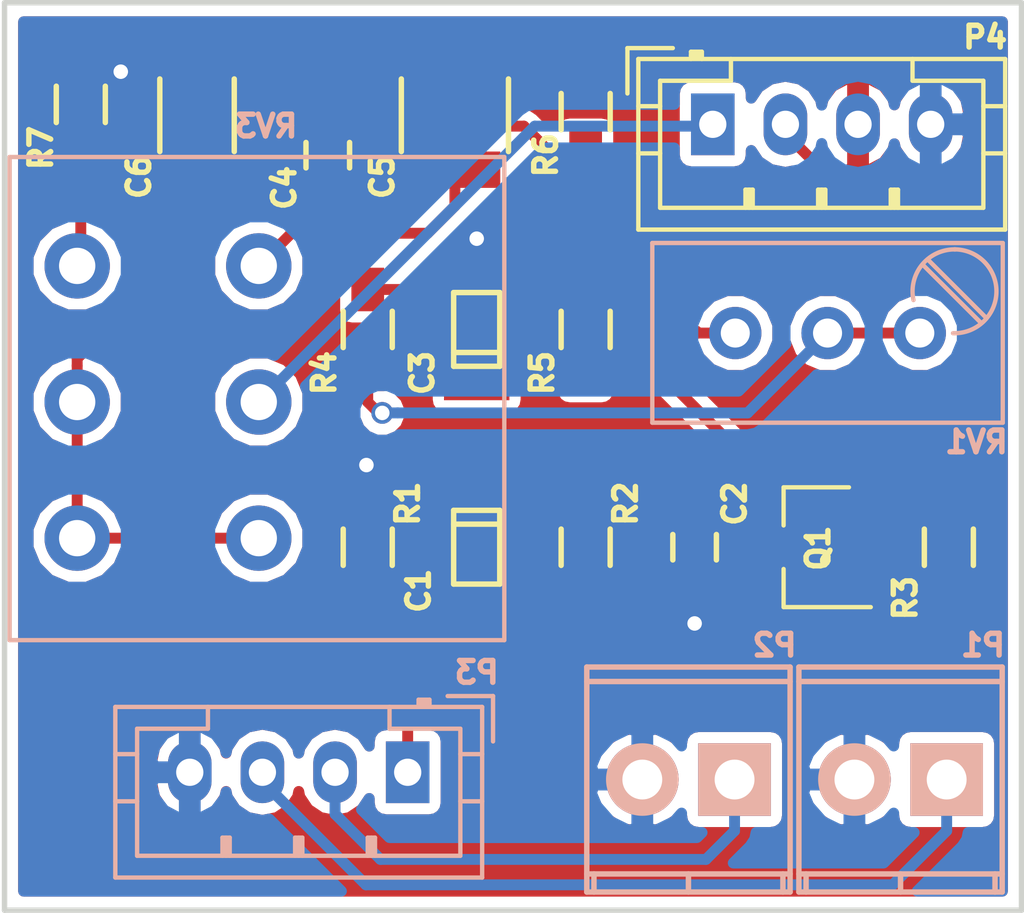
<source format=kicad_pcb>
(kicad_pcb (version 4) (host pcbnew 4.0.4-1.fc24-product)

  (general
    (links 34)
    (no_connects 2)
    (area 132.924999 78.924999 161.075001 104.075001)
    (thickness 1.6)
    (drawings 8)
    (tracks 102)
    (zones 0)
    (modules 20)
    (nets 17)
  )

  (page A4)
  (layers
    (0 F.Cu signal)
    (31 B.Cu signal)
    (32 B.Adhes user)
    (33 F.Adhes user)
    (34 B.Paste user)
    (35 F.Paste user)
    (36 B.SilkS user)
    (37 F.SilkS user)
    (38 B.Mask user)
    (39 F.Mask user)
    (40 Dwgs.User user)
    (41 Cmts.User user)
    (42 Eco1.User user)
    (43 Eco2.User user)
    (44 Edge.Cuts user)
    (45 Margin user)
    (46 B.CrtYd user)
    (47 F.CrtYd user)
    (48 B.Fab user)
    (49 F.Fab user)
  )

  (setup
    (last_trace_width 0.3)
    (trace_clearance 0.3)
    (zone_clearance 0.3)
    (zone_45_only no)
    (trace_min 0.3)
    (segment_width 0.2)
    (edge_width 0.15)
    (via_size 0.6)
    (via_drill 0.4)
    (via_min_size 0.6)
    (via_min_drill 0.3)
    (uvia_size 0.3)
    (uvia_drill 0.1)
    (uvias_allowed no)
    (uvia_min_size 0.3)
    (uvia_min_drill 0.1)
    (pcb_text_width 0.3)
    (pcb_text_size 1.5 1.5)
    (mod_edge_width 0.15)
    (mod_text_size 0.6 0.6)
    (mod_text_width 0.15)
    (pad_size 1.524 1.524)
    (pad_drill 0.762)
    (pad_to_mask_clearance 0.2)
    (aux_axis_origin 0 0)
    (visible_elements 7FFFFFFF)
    (pcbplotparams
      (layerselection 0x00030_80000001)
      (usegerberextensions false)
      (excludeedgelayer true)
      (linewidth 0.100000)
      (plotframeref false)
      (viasonmask false)
      (mode 1)
      (useauxorigin false)
      (hpglpennumber 1)
      (hpglpenspeed 20)
      (hpglpendiameter 15)
      (hpglpenoverlay 2)
      (psnegative false)
      (psa4output false)
      (plotreference true)
      (plotvalue true)
      (plotinvisibletext false)
      (padsonsilk false)
      (subtractmaskfromsilk false)
      (outputformat 1)
      (mirror false)
      (drillshape 1)
      (scaleselection 1)
      (outputdirectory ""))
  )

  (net 0 "")
  (net 1 "Net-(C1-Pad1)")
  (net 2 /IN)
  (net 3 Earth)
  (net 4 "Net-(C3-Pad1)")
  (net 5 "Net-(C4-Pad1)")
  (net 6 /RV_6)
  (net 7 "Net-(C5-Pad1)")
  (net 8 /RV_4)
  (net 9 /IN_B)
  (net 10 /IN_N)
  (net 11 /OUT)
  (net 12 VCC)
  (net 13 /Vref)
  (net 14 "Net-(Q1-Pad1)")
  (net 15 "Net-(Q1-Pad2)")
  (net 16 /RV_3)

  (net_class Default "This is the default net class."
    (clearance 0.3)
    (trace_width 0.3)
    (via_dia 0.6)
    (via_drill 0.4)
    (uvia_dia 0.3)
    (uvia_drill 0.1)
    (add_net /IN)
    (add_net /IN_B)
    (add_net /IN_N)
    (add_net /OUT)
    (add_net /RV_3)
    (add_net /RV_4)
    (add_net /RV_6)
    (add_net /Vref)
    (add_net Earth)
    (add_net "Net-(C1-Pad1)")
    (add_net "Net-(C3-Pad1)")
    (add_net "Net-(C4-Pad1)")
    (add_net "Net-(C5-Pad1)")
    (add_net "Net-(Q1-Pad1)")
    (add_net "Net-(Q1-Pad2)")
    (add_net VCC)
  )

  (module Capacitors_SMD:C_1210 (layer F.Cu) (tedit 5A7D073C) (tstamp 5A82BA8F)
    (at 145.4 82.1 270)
    (descr "Capacitor SMD 1210, reflow soldering, AVX (see smccp.pdf)")
    (tags "capacitor 1210")
    (path /5A6FD2DA)
    (attr smd)
    (fp_text reference C5 (at 1.7 2 270) (layer F.SilkS)
      (effects (font (size 0.6 0.6) (thickness 0.15)))
    )
    (fp_text value 1u (at 0 2.7 270) (layer F.Fab) hide
      (effects (font (size 0.6 0.6) (thickness 0.15)))
    )
    (fp_line (start -2.3 -1.6) (end 2.3 -1.6) (layer F.CrtYd) (width 0.05))
    (fp_line (start -2.3 1.6) (end 2.3 1.6) (layer F.CrtYd) (width 0.05))
    (fp_line (start -2.3 -1.6) (end -2.3 1.6) (layer F.CrtYd) (width 0.05))
    (fp_line (start 2.3 -1.6) (end 2.3 1.6) (layer F.CrtYd) (width 0.05))
    (fp_line (start 1 -1.475) (end -1 -1.475) (layer F.SilkS) (width 0.15))
    (fp_line (start -1 1.475) (end 1 1.475) (layer F.SilkS) (width 0.15))
    (pad 1 smd rect (at -1.5 0 270) (size 1 2.5) (layers F.Cu F.Paste F.Mask)
      (net 7 "Net-(C5-Pad1)"))
    (pad 2 smd rect (at 1.5 0 270) (size 1 2.5) (layers F.Cu F.Paste F.Mask)
      (net 6 /RV_6))
    (model Capacitors_SMD.3dshapes/C_1210.wrl
      (at (xyz 0 0 0))
      (scale (xyz 1 1 1))
      (rotate (xyz 0 0 0))
    )
  )

  (module LIBS:Potentiometer_Alpha_Double_Vertical_Dual_Shaft (layer B.Cu) (tedit 5A739DFD) (tstamp 5A73A3A5)
    (at 135 93.75 180)
    (descr "Potentiometer, vertically mounted, Omeg PC16PU, Omeg PC16PU, Omeg PC16PU, Vishay/Spectrol 248GJ/249GJ Single, Vishay/Spectrol 248GJ/249GJ Single, Vishay/Spectrol 248GJ/249GJ Single, Vishay/Spectrol 248GH/249GH Single, Vishay/Spectrol 148/149 Single, Vishay/Spectrol 148/149 Single, Vishay/Spectrol 148/149 Single, Vishay/Spectrol 148A/149A Single with mounting plates, Vishay/Spectrol 148/149 Double, Vishay/Spectrol 148A/149A Double with mounting plates, Piher PC-16 Single, Piher PC-16 Single, Piher PC-16 Single, Piher PC-16SV Single, Piher PC-16 Double, Piher PC-16 Triple, Piher T16H Single, Piher T16L Single, Piher T16H Double, Alps RK163 Single, Alps RK163 Double, Alps RK097 Single, Alps RK097 Double, http://www.alps.com/prod/info/E/HTML/Potentiometer/RotaryPotentiometers/RK097/RK09712100AV.html")
    (tags "Potentiometer vertical  Omeg PC16PU  Omeg PC16PU  Omeg PC16PU  Vishay/Spectrol 248GJ/249GJ Single  Vishay/Spectrol 248GJ/249GJ Single  Vishay/Spectrol 248GJ/249GJ Single  Vishay/Spectrol 248GH/249GH Single  Vishay/Spectrol 148/149 Single  Vishay/Spectrol 148/149 Single  Vishay/Spectrol 148/149 Single  Vishay/Spectrol 148A/149A Single with mounting plates  Vishay/Spectrol 148/149 Double  Vishay/Spectrol 148A/149A Double with mounting plates  Piher PC-16 Single  Piher PC-16 Single  Piher PC-16 Single  Piher PC-16SV Single  Piher PC-16 Double  Piher PC-16 Triple  Piher T16H Single  Piher T16L Single  Piher T16H Double  Alps RK163 Single  Alps RK163 Double  Alps RK097 Single  Alps RK097 Double Dual Shaft")
    (path /5A6FD06A)
    (fp_text reference RV3 (at -5.2 11.35 180) (layer B.SilkS)
      (effects (font (size 0.6 0.6) (thickness 0.15)) (justify mirror))
    )
    (fp_text value DUAL_POT (at 2.15 -3.9 180) (layer B.Fab) hide
      (effects (font (size 0.6 0.6) (thickness 0.15)) (justify mirror))
    )
    (fp_line (start -11.7 10.45) (end -11.7 -2.75) (layer B.Fab) (width 0.1))
    (fp_line (start -11.7 -2.75) (end 1.8 -2.75) (layer B.Fab) (width 0.1))
    (fp_line (start 1.8 -2.75) (end 1.8 10.45) (layer B.Fab) (width 0.1))
    (fp_line (start 1.8 10.45) (end -11.7 10.45) (layer B.Fab) (width 0.1))
    (fp_line (start -11.76 10.5) (end 1.86 10.5) (layer B.SilkS) (width 0.12))
    (fp_line (start -11.76 -2.81) (end 1.86 -2.81) (layer B.SilkS) (width 0.12))
    (fp_line (start -11.76 10.5) (end -11.76 -2.81) (layer B.SilkS) (width 0.12))
    (fp_line (start 1.86 10.5) (end 1.86 -2.81) (layer B.SilkS) (width 0.12))
    (fp_line (start -12.15 10.7) (end -12.15 -3) (layer B.CrtYd) (width 0.05))
    (fp_line (start -12.15 -3) (end 2.1 -3) (layer B.CrtYd) (width 0.05))
    (fp_line (start 2.1 -3) (end 2.1 10.7) (layer B.CrtYd) (width 0.05))
    (fp_line (start 2.1 10.7) (end -12.15 10.7) (layer B.CrtYd) (width 0.05))
    (pad 3 thru_hole circle (at 0 7.5 180) (size 1.8 1.8) (drill 1) (layers *.Cu *.Mask)
      (net 16 /RV_3))
    (pad 2 thru_hole circle (at 0 3.75 180) (size 1.8 1.8) (drill 1) (layers *.Cu *.Mask)
      (net 8 /RV_4))
    (pad 1 thru_hole circle (at 0 0 180) (size 1.8 1.8) (drill 1) (layers *.Cu *.Mask)
      (net 8 /RV_4))
    (pad 6 thru_hole circle (at -5 7.5 180) (size 1.8 1.8) (drill 1) (layers *.Cu *.Mask)
      (net 6 /RV_6))
    (pad 5 thru_hole circle (at -5 3.75 180) (size 1.8 1.8) (drill 1) (layers *.Cu *.Mask)
      (net 11 /OUT))
    (pad 4 thru_hole circle (at -5 0 180) (size 1.8 1.8) (drill 1) (layers *.Cu *.Mask)
      (net 8 /RV_4))
    (model Potentiometers.3dshapes/Potentiometer_Alps_RK097_Double_Vertical.wrl
      (at (xyz 0 0 0))
      (scale (xyz 0.393701 0.393701 0.393701))
      (rotate (xyz 0 0 0))
    )
  )

  (module Potentiometers:Potentiometer_Trimmer_Bourns_3296W (layer B.Cu) (tedit 5A713C89) (tstamp 5A71A97A)
    (at 158.2 88.1)
    (descr "Spindle Trimmer Potentiometer, Bourns 3296W, https://www.bourns.com/pdfs/3296.pdf")
    (tags "Spindle Trimmer Potentiometer   Bourns 3296W")
    (path /5A6FCC01)
    (fp_text reference RV1 (at 1.56 3) (layer B.SilkS)
      (effects (font (size 0.6 0.6) (thickness 0.15)) (justify mirror))
    )
    (fp_text value POT (at -2.54 -3.67) (layer B.Fab) hide
      (effects (font (size 0.6 0.6) (thickness 0.15)) (justify mirror))
    )
    (fp_arc (start 0.955 -1.15) (end 0.955 -2.305) (angle 182) (layer B.SilkS) (width 0.12))
    (fp_arc (start 0.955 -1.15) (end -0.174 -0.91) (angle 103) (layer B.SilkS) (width 0.12))
    (fp_circle (center 0.955 -1.15) (end 2.05 -1.15) (layer B.Fab) (width 0.1))
    (fp_line (start -7.305 2.41) (end -7.305 -2.42) (layer B.Fab) (width 0.1))
    (fp_line (start -7.305 -2.42) (end 2.225 -2.42) (layer B.Fab) (width 0.1))
    (fp_line (start 2.225 -2.42) (end 2.225 2.41) (layer B.Fab) (width 0.1))
    (fp_line (start 2.225 2.41) (end -7.305 2.41) (layer B.Fab) (width 0.1))
    (fp_line (start 1.786 -0.454) (end 0.259 -1.981) (layer B.Fab) (width 0.1))
    (fp_line (start 1.652 -0.32) (end 0.125 -1.847) (layer B.Fab) (width 0.1))
    (fp_line (start -7.365 2.47) (end 2.285 2.47) (layer B.SilkS) (width 0.12))
    (fp_line (start -7.365 -2.481) (end 2.285 -2.481) (layer B.SilkS) (width 0.12))
    (fp_line (start -7.365 2.47) (end -7.365 -2.481) (layer B.SilkS) (width 0.12))
    (fp_line (start 2.285 2.47) (end 2.285 -2.481) (layer B.SilkS) (width 0.12))
    (fp_line (start 1.831 -0.416) (end 0.22 -2.026) (layer B.SilkS) (width 0.12))
    (fp_line (start 1.691 -0.275) (end 0.079 -1.885) (layer B.SilkS) (width 0.12))
    (fp_line (start -7.6 2.7) (end -7.6 -2.7) (layer B.CrtYd) (width 0.05))
    (fp_line (start -7.6 -2.7) (end 2.5 -2.7) (layer B.CrtYd) (width 0.05))
    (fp_line (start 2.5 -2.7) (end 2.5 2.7) (layer B.CrtYd) (width 0.05))
    (fp_line (start 2.5 2.7) (end -7.6 2.7) (layer B.CrtYd) (width 0.05))
    (pad 1 thru_hole circle (at 0 0) (size 1.44 1.44) (drill 0.8) (layers *.Cu *.Mask)
      (net 15 "Net-(Q1-Pad2)"))
    (pad 2 thru_hole circle (at -2.54 0) (size 1.44 1.44) (drill 0.8) (layers *.Cu *.Mask)
      (net 15 "Net-(Q1-Pad2)"))
    (pad 3 thru_hole circle (at -5.08 0) (size 1.44 1.44) (drill 0.8) (layers *.Cu *.Mask)
      (net 4 "Net-(C3-Pad1)"))
    (model Potentiometers.3dshapes/Potentiometer_Trimmer_Bourns_3296W.wrl
      (at (xyz 0 0 0))
      (scale (xyz 1 1 1))
      (rotate (xyz 0 0 -90))
    )
  )

  (module Terminal_Blocks:TerminalBlock_Pheonix_MPT-2.54mm_2pol (layer B.Cu) (tedit 5A713CCC) (tstamp 5A7188D1)
    (at 153.1 100.4 180)
    (descr "2-way 2.54mm pitch terminal block, Phoenix MPT series")
    (path /5A6FE7FB)
    (fp_text reference P2 (at -1.1 3.7 180) (layer B.SilkS)
      (effects (font (size 0.6 0.6) (thickness 0.15)) (justify mirror))
    )
    (fp_text value CONN_01X02 (at 1.27 -4.50088 180) (layer B.Fab) hide
      (effects (font (size 0.6 0.6) (thickness 0.15)) (justify mirror))
    )
    (fp_line (start -1.7 3.3) (end 4.3 3.3) (layer B.CrtYd) (width 0.05))
    (fp_line (start -1.7 -3.3) (end -1.7 3.3) (layer B.CrtYd) (width 0.05))
    (fp_line (start 4.3 -3.3) (end -1.7 -3.3) (layer B.CrtYd) (width 0.05))
    (fp_line (start 4.3 3.3) (end 4.3 -3.3) (layer B.CrtYd) (width 0.05))
    (fp_line (start 4.06908 -2.60096) (end -1.52908 -2.60096) (layer B.SilkS) (width 0.15))
    (fp_line (start -1.33096 -3.0988) (end -1.33096 -2.60096) (layer B.SilkS) (width 0.15))
    (fp_line (start 3.87096 -2.60096) (end 3.87096 -3.0988) (layer B.SilkS) (width 0.15))
    (fp_line (start 1.27 -3.0988) (end 1.27 -2.60096) (layer B.SilkS) (width 0.15))
    (fp_line (start -1.52908 2.70002) (end 4.06908 2.70002) (layer B.SilkS) (width 0.15))
    (fp_line (start -1.52908 -3.0988) (end 4.06908 -3.0988) (layer B.SilkS) (width 0.15))
    (fp_line (start 4.06908 -3.0988) (end 4.06908 3.0988) (layer B.SilkS) (width 0.15))
    (fp_line (start 4.06908 3.0988) (end -1.52908 3.0988) (layer B.SilkS) (width 0.15))
    (fp_line (start -1.52908 3.0988) (end -1.52908 -3.0988) (layer B.SilkS) (width 0.15))
    (pad 2 thru_hole oval (at 2.54 0 180) (size 1.99898 1.99898) (drill 1.09728) (layers *.Cu *.Mask B.SilkS)
      (net 3 Earth))
    (pad 1 thru_hole rect (at 0 0 180) (size 1.99898 1.99898) (drill 1.09728) (layers *.Cu *.Mask B.SilkS)
      (net 10 /IN_N))
    (model Terminal_Blocks.3dshapes/TerminalBlock_Pheonix_MPT-2.54mm_2pol.wrl
      (at (xyz 0.05 0 0))
      (scale (xyz 1 1 1))
      (rotate (xyz 0 0 0))
    )
  )

  (module Terminal_Blocks:TerminalBlock_Pheonix_MPT-2.54mm_2pol (layer B.Cu) (tedit 5A713CD1) (tstamp 5A7188BE)
    (at 158.94 100.4 180)
    (descr "2-way 2.54mm pitch terminal block, Phoenix MPT series")
    (path /5A6FE7A0)
    (fp_text reference P1 (at -1 3.7 180) (layer B.SilkS)
      (effects (font (size 0.6 0.6) (thickness 0.15)) (justify mirror))
    )
    (fp_text value CONN_01X02 (at 1.27 -4.50088 180) (layer B.Fab) hide
      (effects (font (size 0.6 0.6) (thickness 0.15)) (justify mirror))
    )
    (fp_line (start -1.7 3.3) (end 4.3 3.3) (layer B.CrtYd) (width 0.05))
    (fp_line (start -1.7 -3.3) (end -1.7 3.3) (layer B.CrtYd) (width 0.05))
    (fp_line (start 4.3 -3.3) (end -1.7 -3.3) (layer B.CrtYd) (width 0.05))
    (fp_line (start 4.3 3.3) (end 4.3 -3.3) (layer B.CrtYd) (width 0.05))
    (fp_line (start 4.06908 -2.60096) (end -1.52908 -2.60096) (layer B.SilkS) (width 0.15))
    (fp_line (start -1.33096 -3.0988) (end -1.33096 -2.60096) (layer B.SilkS) (width 0.15))
    (fp_line (start 3.87096 -2.60096) (end 3.87096 -3.0988) (layer B.SilkS) (width 0.15))
    (fp_line (start 1.27 -3.0988) (end 1.27 -2.60096) (layer B.SilkS) (width 0.15))
    (fp_line (start -1.52908 2.70002) (end 4.06908 2.70002) (layer B.SilkS) (width 0.15))
    (fp_line (start -1.52908 -3.0988) (end 4.06908 -3.0988) (layer B.SilkS) (width 0.15))
    (fp_line (start 4.06908 -3.0988) (end 4.06908 3.0988) (layer B.SilkS) (width 0.15))
    (fp_line (start 4.06908 3.0988) (end -1.52908 3.0988) (layer B.SilkS) (width 0.15))
    (fp_line (start -1.52908 3.0988) (end -1.52908 -3.0988) (layer B.SilkS) (width 0.15))
    (pad 2 thru_hole oval (at 2.54 0 180) (size 1.99898 1.99898) (drill 1.09728) (layers *.Cu *.Mask B.SilkS)
      (net 3 Earth))
    (pad 1 thru_hole rect (at 0 0 180) (size 1.99898 1.99898) (drill 1.09728) (layers *.Cu *.Mask B.SilkS)
      (net 9 /IN_B))
    (model Terminal_Blocks.3dshapes/TerminalBlock_Pheonix_MPT-2.54mm_2pol.wrl
      (at (xyz 0.05 0 0))
      (scale (xyz 1 1 1))
      (rotate (xyz 0 0 0))
    )
  )

  (module Resistors_SMD:R_0603_HandSoldering (layer F.Cu) (tedit 5A713D0B) (tstamp 5A71894C)
    (at 143 94 90)
    (descr "Resistor SMD 0603, hand soldering")
    (tags "resistor 0603")
    (path /5A6FC931)
    (attr smd)
    (fp_text reference R1 (at 1.2 1.1 90) (layer F.SilkS)
      (effects (font (size 0.6 0.6) (thickness 0.15)))
    )
    (fp_text value 1.5MEG (at 0 1.9 90) (layer F.Fab) hide
      (effects (font (size 0.6 0.6) (thickness 0.15)))
    )
    (fp_line (start -2 -0.8) (end 2 -0.8) (layer F.CrtYd) (width 0.05))
    (fp_line (start -2 0.8) (end 2 0.8) (layer F.CrtYd) (width 0.05))
    (fp_line (start -2 -0.8) (end -2 0.8) (layer F.CrtYd) (width 0.05))
    (fp_line (start 2 -0.8) (end 2 0.8) (layer F.CrtYd) (width 0.05))
    (fp_line (start 0.5 0.675) (end -0.5 0.675) (layer F.SilkS) (width 0.15))
    (fp_line (start -0.5 -0.675) (end 0.5 -0.675) (layer F.SilkS) (width 0.15))
    (pad 1 smd rect (at -1.1 0 90) (size 1.2 0.9) (layers F.Cu F.Paste F.Mask)
      (net 2 /IN))
    (pad 2 smd rect (at 1.1 0 90) (size 1.2 0.9) (layers F.Cu F.Paste F.Mask)
      (net 3 Earth))
    (model Resistors_SMD.3dshapes/R_0603_HandSoldering.wrl
      (at (xyz 0 0 0))
      (scale (xyz 1 1 1))
      (rotate (xyz 0 0 0))
    )
  )

  (module Capacitors_Tantalum_SMD:TantalC_SizeR_EIA-2012 (layer F.Cu) (tedit 5A713D2F) (tstamp 5A718872)
    (at 146 94 90)
    (descr "Tantal Cap. , Size C, EIA-2012")
    (path /5A6FC9AD)
    (fp_text reference C1 (at -1.2 -1.6 90) (layer F.SilkS)
      (effects (font (size 0.6 0.6) (thickness 0.15)))
    )
    (fp_text value 0.1u (at 0 1.27 90) (layer F.Fab) hide
      (effects (font (size 0.6 0.6) (thickness 0.15)))
    )
    (fp_line (start 0.635 -0.635) (end 0.635 0.635) (layer F.SilkS) (width 0.15))
    (fp_line (start -1.016 -0.635) (end -1.016 0.635) (layer F.SilkS) (width 0.15))
    (fp_line (start -1.016 0.635) (end 1.016 0.635) (layer F.SilkS) (width 0.15))
    (fp_line (start 1.016 0.635) (end 1.016 -0.635) (layer F.SilkS) (width 0.15))
    (fp_line (start 1.016 -0.635) (end -1.016 -0.635) (layer F.SilkS) (width 0.15))
    (pad 1 smd rect (at 1.17602 0 90) (size 1.5494 1.80086) (layers F.Cu F.Paste F.Mask)
      (net 1 "Net-(C1-Pad1)"))
    (pad 2 smd rect (at -1.17602 0 90) (size 1.5494 1.80086) (layers F.Cu F.Paste F.Mask)
      (net 2 /IN))
    (model Capacitors_Tantalum_SMD.3dshapes/TantalC_SizeR_EIA-2012.wrl
      (at (xyz 0 0 0))
      (scale (xyz 1 1 1))
      (rotate (xyz 0 0 0))
    )
  )

  (module Capacitors_SMD:C_0603_HandSoldering (layer F.Cu) (tedit 5A713D6D) (tstamp 5A71887E)
    (at 152 94 270)
    (descr "Capacitor SMD 0603, hand soldering")
    (tags "capacitor 0603")
    (path /5A6FCA19)
    (attr smd)
    (fp_text reference C2 (at -1.2 -1.1 270) (layer F.SilkS)
      (effects (font (size 0.6 0.6) (thickness 0.15)))
    )
    (fp_text value 27p (at 0 1.9 270) (layer F.Fab) hide
      (effects (font (size 0.6 0.6) (thickness 0.15)))
    )
    (fp_line (start -1.85 -0.75) (end 1.85 -0.75) (layer F.CrtYd) (width 0.05))
    (fp_line (start -1.85 0.75) (end 1.85 0.75) (layer F.CrtYd) (width 0.05))
    (fp_line (start -1.85 -0.75) (end -1.85 0.75) (layer F.CrtYd) (width 0.05))
    (fp_line (start 1.85 -0.75) (end 1.85 0.75) (layer F.CrtYd) (width 0.05))
    (fp_line (start -0.35 -0.6) (end 0.35 -0.6) (layer F.SilkS) (width 0.15))
    (fp_line (start 0.35 0.6) (end -0.35 0.6) (layer F.SilkS) (width 0.15))
    (pad 1 smd rect (at -0.95 0 270) (size 1.2 0.75) (layers F.Cu F.Paste F.Mask)
      (net 1 "Net-(C1-Pad1)"))
    (pad 2 smd rect (at 0.95 0 270) (size 1.2 0.75) (layers F.Cu F.Paste F.Mask)
      (net 3 Earth))
    (model Capacitors_SMD.3dshapes/C_0603_HandSoldering.wrl
      (at (xyz 0 0 0))
      (scale (xyz 1 1 1))
      (rotate (xyz 0 0 0))
    )
  )

  (module Capacitors_Tantalum_SMD:TantalC_SizeR_EIA-2012 (layer F.Cu) (tedit 5A713ED0) (tstamp 5A718889)
    (at 146 88 270)
    (descr "Tantal Cap. , Size C, EIA-2012")
    (path /5A6FCC9C)
    (fp_text reference C3 (at 1.2 1.5 270) (layer F.SilkS)
      (effects (font (size 0.6 0.6) (thickness 0.15)))
    )
    (fp_text value 47u (at 0 1.27 270) (layer F.Fab) hide
      (effects (font (size 0.6 0.6) (thickness 0.15)))
    )
    (fp_line (start 0.635 -0.635) (end 0.635 0.635) (layer F.SilkS) (width 0.15))
    (fp_line (start -1.016 -0.635) (end -1.016 0.635) (layer F.SilkS) (width 0.15))
    (fp_line (start -1.016 0.635) (end 1.016 0.635) (layer F.SilkS) (width 0.15))
    (fp_line (start 1.016 0.635) (end 1.016 -0.635) (layer F.SilkS) (width 0.15))
    (fp_line (start 1.016 -0.635) (end -1.016 -0.635) (layer F.SilkS) (width 0.15))
    (pad 1 smd rect (at 1.17602 0 270) (size 1.5494 1.80086) (layers F.Cu F.Paste F.Mask)
      (net 4 "Net-(C3-Pad1)"))
    (pad 2 smd rect (at -1.17602 0 270) (size 1.5494 1.80086) (layers F.Cu F.Paste F.Mask)
      (net 3 Earth))
    (model Capacitors_Tantalum_SMD.3dshapes/TantalC_SizeR_EIA-2012.wrl
      (at (xyz 0 0 0))
      (scale (xyz 1 1 1))
      (rotate (xyz 0 0 0))
    )
  )

  (module Connectors_JST:JST_PH_B4B-PH-K_04x2.00mm_Straight (layer F.Cu) (tedit 5A713FE3) (tstamp 5A718918)
    (at 152.5 82.35)
    (descr "JST PH series connector, B4B-PH-K, top entry type, through hole, Datasheet: http://www.jst-mfg.com/product/pdf/eng/ePH.pdf")
    (tags "connector jst ph")
    (path /5A6FDFE4)
    (fp_text reference P4 (at 7.5 -2.4) (layer F.SilkS)
      (effects (font (size 0.6 0.6) (thickness 0.15)))
    )
    (fp_text value CONN_01X04 (at 3 3.8) (layer F.Fab) hide
      (effects (font (size 0.6 0.6) (thickness 0.15)))
    )
    (fp_line (start -2.05 -1.8) (end -2.05 2.9) (layer F.SilkS) (width 0.12))
    (fp_line (start -2.05 2.9) (end 8.05 2.9) (layer F.SilkS) (width 0.12))
    (fp_line (start 8.05 2.9) (end 8.05 -1.8) (layer F.SilkS) (width 0.12))
    (fp_line (start 8.05 -1.8) (end -2.05 -1.8) (layer F.SilkS) (width 0.12))
    (fp_line (start 0.5 -1.8) (end 0.5 -1.2) (layer F.SilkS) (width 0.12))
    (fp_line (start 0.5 -1.2) (end -1.45 -1.2) (layer F.SilkS) (width 0.12))
    (fp_line (start -1.45 -1.2) (end -1.45 2.3) (layer F.SilkS) (width 0.12))
    (fp_line (start -1.45 2.3) (end 7.45 2.3) (layer F.SilkS) (width 0.12))
    (fp_line (start 7.45 2.3) (end 7.45 -1.2) (layer F.SilkS) (width 0.12))
    (fp_line (start 7.45 -1.2) (end 5.5 -1.2) (layer F.SilkS) (width 0.12))
    (fp_line (start 5.5 -1.2) (end 5.5 -1.8) (layer F.SilkS) (width 0.12))
    (fp_line (start -2.05 -0.5) (end -1.45 -0.5) (layer F.SilkS) (width 0.12))
    (fp_line (start -2.05 0.8) (end -1.45 0.8) (layer F.SilkS) (width 0.12))
    (fp_line (start 8.05 -0.5) (end 7.45 -0.5) (layer F.SilkS) (width 0.12))
    (fp_line (start 8.05 0.8) (end 7.45 0.8) (layer F.SilkS) (width 0.12))
    (fp_line (start -0.3 -1.8) (end -0.3 -2) (layer F.SilkS) (width 0.12))
    (fp_line (start -0.3 -2) (end -0.6 -2) (layer F.SilkS) (width 0.12))
    (fp_line (start -0.6 -2) (end -0.6 -1.8) (layer F.SilkS) (width 0.12))
    (fp_line (start -0.3 -1.9) (end -0.6 -1.9) (layer F.SilkS) (width 0.12))
    (fp_line (start 0.9 2.3) (end 0.9 1.8) (layer F.SilkS) (width 0.12))
    (fp_line (start 0.9 1.8) (end 1.1 1.8) (layer F.SilkS) (width 0.12))
    (fp_line (start 1.1 1.8) (end 1.1 2.3) (layer F.SilkS) (width 0.12))
    (fp_line (start 1 2.3) (end 1 1.8) (layer F.SilkS) (width 0.12))
    (fp_line (start 2.9 2.3) (end 2.9 1.8) (layer F.SilkS) (width 0.12))
    (fp_line (start 2.9 1.8) (end 3.1 1.8) (layer F.SilkS) (width 0.12))
    (fp_line (start 3.1 1.8) (end 3.1 2.3) (layer F.SilkS) (width 0.12))
    (fp_line (start 3 2.3) (end 3 1.8) (layer F.SilkS) (width 0.12))
    (fp_line (start 4.9 2.3) (end 4.9 1.8) (layer F.SilkS) (width 0.12))
    (fp_line (start 4.9 1.8) (end 5.1 1.8) (layer F.SilkS) (width 0.12))
    (fp_line (start 5.1 1.8) (end 5.1 2.3) (layer F.SilkS) (width 0.12))
    (fp_line (start 5 2.3) (end 5 1.8) (layer F.SilkS) (width 0.12))
    (fp_line (start -1.1 -2.1) (end -2.35 -2.1) (layer F.SilkS) (width 0.12))
    (fp_line (start -2.35 -2.1) (end -2.35 -0.85) (layer F.SilkS) (width 0.12))
    (fp_line (start -1.1 -2.1) (end -2.35 -2.1) (layer F.Fab) (width 0.1))
    (fp_line (start -2.35 -2.1) (end -2.35 -0.85) (layer F.Fab) (width 0.1))
    (fp_line (start -1.95 -1.7) (end -1.95 2.8) (layer F.Fab) (width 0.1))
    (fp_line (start -1.95 2.8) (end 7.95 2.8) (layer F.Fab) (width 0.1))
    (fp_line (start 7.95 2.8) (end 7.95 -1.7) (layer F.Fab) (width 0.1))
    (fp_line (start 7.95 -1.7) (end -1.95 -1.7) (layer F.Fab) (width 0.1))
    (fp_line (start -2.45 -2.2) (end -2.45 3.3) (layer F.CrtYd) (width 0.05))
    (fp_line (start -2.45 3.3) (end 8.45 3.3) (layer F.CrtYd) (width 0.05))
    (fp_line (start 8.45 3.3) (end 8.45 -2.2) (layer F.CrtYd) (width 0.05))
    (fp_line (start 8.45 -2.2) (end -2.45 -2.2) (layer F.CrtYd) (width 0.05))
    (fp_text user %R (at 3 1.5) (layer F.Fab) hide
      (effects (font (size 0.6 0.6) (thickness 0.15)))
    )
    (pad 1 thru_hole rect (at 0 0) (size 1.2 1.7) (drill 0.75) (layers *.Cu *.Mask)
      (net 11 /OUT))
    (pad 2 thru_hole oval (at 2 0) (size 1.2 1.7) (drill 0.75) (layers *.Cu *.Mask)
      (net 12 VCC))
    (pad 3 thru_hole oval (at 4 0) (size 1.2 1.7) (drill 0.75) (layers *.Cu *.Mask)
      (net 13 /Vref))
    (pad 4 thru_hole oval (at 6 0) (size 1.2 1.7) (drill 0.75) (layers *.Cu *.Mask)
      (net 3 Earth))
    (model ${KISYS3DMOD}/Connectors_JST.3dshapes/JST_PH_B4B-PH-K_04x2.00mm_Straight.wrl
      (at (xyz 0 0 0))
      (scale (xyz 1 1 1))
      (rotate (xyz 0 0 0))
    )
  )

  (module TO_SOT_Packages_SMD:SC-59 (layer F.Cu) (tedit 5A713D99) (tstamp 5A718940)
    (at 155.4 94 180)
    (descr "SC-59, https://lib.chipdip.ru/images/import_diod/original/SOT-23_SC-59.jpg")
    (tags SC-59)
    (path /5A6FCABD)
    (attr smd)
    (fp_text reference Q1 (at 0 -0.025 270) (layer F.SilkS)
      (effects (font (size 0.6 0.6) (thickness 0.15)))
    )
    (fp_text value MMBF5457 (at 0 2.5 180) (layer F.Fab) hide
      (effects (font (size 0.6 0.6) (thickness 0.15)))
    )
    (fp_text user %R (at 0 0 270) (layer F.Fab)
      (effects (font (size 0.6 0.6) (thickness 0.15)))
    )
    (fp_line (start -0.85 1.55) (end -0.85 -1) (layer F.Fab) (width 0.1))
    (fp_line (start -1.45 -1.65) (end 0.95 -1.65) (layer F.SilkS) (width 0.12))
    (fp_line (start 0.95 -1.65) (end 0.95 -0.6) (layer F.SilkS) (width 0.12))
    (fp_line (start -0.85 1.65) (end 0.95 1.65) (layer F.SilkS) (width 0.12))
    (fp_line (start 0.95 1.65) (end 0.95 0.6) (layer F.SilkS) (width 0.12))
    (fp_line (start -0.85 1.55) (end 0.85 1.55) (layer F.Fab) (width 0.1))
    (fp_line (start -0.3 -1.55) (end -0.85 -1) (layer F.Fab) (width 0.1))
    (fp_line (start -0.3 -1.55) (end 0.85 -1.55) (layer F.Fab) (width 0.1))
    (fp_line (start 0.85 -1.52) (end 0.85 1.52) (layer F.Fab) (width 0.1))
    (fp_line (start -1.9 -1.8) (end 1.9 -1.8) (layer F.CrtYd) (width 0.05))
    (fp_line (start -1.9 -1.8) (end -1.9 1.8) (layer F.CrtYd) (width 0.05))
    (fp_line (start 1.9 1.8) (end 1.9 -1.8) (layer F.CrtYd) (width 0.05))
    (fp_line (start 1.9 1.8) (end -1.9 1.8) (layer F.CrtYd) (width 0.05))
    (pad 1 smd rect (at -1.2 -0.95 180) (size 0.9 0.8) (layers F.Cu F.Paste F.Mask)
      (net 14 "Net-(Q1-Pad1)"))
    (pad 2 smd rect (at -1.2 0.95 180) (size 0.9 0.8) (layers F.Cu F.Paste F.Mask)
      (net 15 "Net-(Q1-Pad2)"))
    (pad 3 smd rect (at 1.2 0 180) (size 0.9 0.8) (layers F.Cu F.Paste F.Mask)
      (net 1 "Net-(C1-Pad1)"))
    (model ${KISYS3DMOD}/TO_SOT_Packages_SMD.3dshapes/SC-59.wrl
      (at (xyz 0 0 0))
      (scale (xyz 1 1 1))
      (rotate (xyz 0 0 0))
    )
  )

  (module Resistors_SMD:R_0603_HandSoldering (layer F.Cu) (tedit 5A713D4D) (tstamp 5A718958)
    (at 149 94 270)
    (descr "Resistor SMD 0603, hand soldering")
    (tags "resistor 0603")
    (path /5A6FC95F)
    (attr smd)
    (fp_text reference R2 (at -1.2 -1.1 270) (layer F.SilkS)
      (effects (font (size 0.6 0.6) (thickness 0.15)))
    )
    (fp_text value 1Meg (at 0 1.9 270) (layer F.Fab) hide
      (effects (font (size 0.6 0.6) (thickness 0.15)))
    )
    (fp_line (start -2 -0.8) (end 2 -0.8) (layer F.CrtYd) (width 0.05))
    (fp_line (start -2 0.8) (end 2 0.8) (layer F.CrtYd) (width 0.05))
    (fp_line (start -2 -0.8) (end -2 0.8) (layer F.CrtYd) (width 0.05))
    (fp_line (start 2 -0.8) (end 2 0.8) (layer F.CrtYd) (width 0.05))
    (fp_line (start 0.5 0.675) (end -0.5 0.675) (layer F.SilkS) (width 0.15))
    (fp_line (start -0.5 -0.675) (end 0.5 -0.675) (layer F.SilkS) (width 0.15))
    (pad 1 smd rect (at -1.1 0 270) (size 1.2 0.9) (layers F.Cu F.Paste F.Mask)
      (net 1 "Net-(C1-Pad1)"))
    (pad 2 smd rect (at 1.1 0 270) (size 1.2 0.9) (layers F.Cu F.Paste F.Mask)
      (net 13 /Vref))
    (model Resistors_SMD.3dshapes/R_0603_HandSoldering.wrl
      (at (xyz 0 0 0))
      (scale (xyz 1 1 1))
      (rotate (xyz 0 0 0))
    )
  )

  (module Resistors_SMD:R_0603_HandSoldering (layer F.Cu) (tedit 5A713DE8) (tstamp 5A718964)
    (at 159 94 270)
    (descr "Resistor SMD 0603, hand soldering")
    (tags "resistor 0603")
    (path /5A6FCC4E)
    (attr smd)
    (fp_text reference R3 (at 1.4 1.2 270) (layer F.SilkS)
      (effects (font (size 0.6 0.6) (thickness 0.15)))
    )
    (fp_text value 6.8k (at 0 1.9 270) (layer F.Fab) hide
      (effects (font (size 0.6 0.6) (thickness 0.15)))
    )
    (fp_line (start -2 -0.8) (end 2 -0.8) (layer F.CrtYd) (width 0.05))
    (fp_line (start -2 0.8) (end 2 0.8) (layer F.CrtYd) (width 0.05))
    (fp_line (start -2 -0.8) (end -2 0.8) (layer F.CrtYd) (width 0.05))
    (fp_line (start 2 -0.8) (end 2 0.8) (layer F.CrtYd) (width 0.05))
    (fp_line (start 0.5 0.675) (end -0.5 0.675) (layer F.SilkS) (width 0.15))
    (fp_line (start -0.5 -0.675) (end 0.5 -0.675) (layer F.SilkS) (width 0.15))
    (pad 1 smd rect (at -1.1 0 270) (size 1.2 0.9) (layers F.Cu F.Paste F.Mask)
      (net 12 VCC))
    (pad 2 smd rect (at 1.1 0 270) (size 1.2 0.9) (layers F.Cu F.Paste F.Mask)
      (net 14 "Net-(Q1-Pad1)"))
    (model Resistors_SMD.3dshapes/R_0603_HandSoldering.wrl
      (at (xyz 0 0 0))
      (scale (xyz 1 1 1))
      (rotate (xyz 0 0 0))
    )
  )

  (module Resistors_SMD:R_0603_HandSoldering (layer F.Cu) (tedit 5A713ED4) (tstamp 5A718970)
    (at 143 88 90)
    (descr "Resistor SMD 0603, hand soldering")
    (tags "resistor 0603")
    (path /5A6FCB12)
    (attr smd)
    (fp_text reference R4 (at -1.2 -1.2 90) (layer F.SilkS)
      (effects (font (size 0.6 0.6) (thickness 0.15)))
    )
    (fp_text value 3.9k (at 0 1.9 90) (layer F.Fab) hide
      (effects (font (size 0.6 0.6) (thickness 0.15)))
    )
    (fp_line (start -2 -0.8) (end 2 -0.8) (layer F.CrtYd) (width 0.05))
    (fp_line (start -2 0.8) (end 2 0.8) (layer F.CrtYd) (width 0.05))
    (fp_line (start -2 -0.8) (end -2 0.8) (layer F.CrtYd) (width 0.05))
    (fp_line (start 2 -0.8) (end 2 0.8) (layer F.CrtYd) (width 0.05))
    (fp_line (start 0.5 0.675) (end -0.5 0.675) (layer F.SilkS) (width 0.15))
    (fp_line (start -0.5 -0.675) (end 0.5 -0.675) (layer F.SilkS) (width 0.15))
    (pad 1 smd rect (at -1.1 0 90) (size 1.2 0.9) (layers F.Cu F.Paste F.Mask)
      (net 15 "Net-(Q1-Pad2)"))
    (pad 2 smd rect (at 1.1 0 90) (size 1.2 0.9) (layers F.Cu F.Paste F.Mask)
      (net 3 Earth))
    (model Resistors_SMD.3dshapes/R_0603_HandSoldering.wrl
      (at (xyz 0 0 0))
      (scale (xyz 1 1 1))
      (rotate (xyz 0 0 0))
    )
  )

  (module Resistors_SMD:R_0603_HandSoldering (layer F.Cu) (tedit 5A713EEF) (tstamp 5A71897C)
    (at 149 88 270)
    (descr "Resistor SMD 0603, hand soldering")
    (tags "resistor 0603")
    (path /5A6FCE54)
    (attr smd)
    (fp_text reference R5 (at 1.2 1.2 270) (layer F.SilkS)
      (effects (font (size 0.6 0.6) (thickness 0.15)))
    )
    (fp_text value 100 (at 0 1.9 270) (layer F.Fab) hide
      (effects (font (size 0.6 0.6) (thickness 0.15)))
    )
    (fp_line (start -2 -0.8) (end 2 -0.8) (layer F.CrtYd) (width 0.05))
    (fp_line (start -2 0.8) (end 2 0.8) (layer F.CrtYd) (width 0.05))
    (fp_line (start -2 -0.8) (end -2 0.8) (layer F.CrtYd) (width 0.05))
    (fp_line (start 2 -0.8) (end 2 0.8) (layer F.CrtYd) (width 0.05))
    (fp_line (start 0.5 0.675) (end -0.5 0.675) (layer F.SilkS) (width 0.15))
    (fp_line (start -0.5 -0.675) (end 0.5 -0.675) (layer F.SilkS) (width 0.15))
    (pad 1 smd rect (at -1.1 0 270) (size 1.2 0.9) (layers F.Cu F.Paste F.Mask)
      (net 5 "Net-(C4-Pad1)"))
    (pad 2 smd rect (at 1.1 0 270) (size 1.2 0.9) (layers F.Cu F.Paste F.Mask)
      (net 14 "Net-(Q1-Pad1)"))
    (model Resistors_SMD.3dshapes/R_0603_HandSoldering.wrl
      (at (xyz 0 0 0))
      (scale (xyz 1 1 1))
      (rotate (xyz 0 0 0))
    )
  )

  (module Resistors_SMD:R_0603_HandSoldering (layer F.Cu) (tedit 5A713FE7) (tstamp 5A718988)
    (at 149 82 90)
    (descr "Resistor SMD 0603, hand soldering")
    (tags "resistor 0603")
    (path /5A6FCF36)
    (attr smd)
    (fp_text reference R6 (at -1.2 -1.1 90) (layer F.SilkS)
      (effects (font (size 0.6 0.6) (thickness 0.15)))
    )
    (fp_text value 10k (at 0 1.9 90) (layer F.Fab) hide
      (effects (font (size 0.6 0.6) (thickness 0.15)))
    )
    (fp_line (start -2 -0.8) (end 2 -0.8) (layer F.CrtYd) (width 0.05))
    (fp_line (start -2 0.8) (end 2 0.8) (layer F.CrtYd) (width 0.05))
    (fp_line (start -2 -0.8) (end -2 0.8) (layer F.CrtYd) (width 0.05))
    (fp_line (start 2 -0.8) (end 2 0.8) (layer F.CrtYd) (width 0.05))
    (fp_line (start 0.5 0.675) (end -0.5 0.675) (layer F.SilkS) (width 0.15))
    (fp_line (start -0.5 -0.675) (end 0.5 -0.675) (layer F.SilkS) (width 0.15))
    (pad 1 smd rect (at -1.1 0 90) (size 1.2 0.9) (layers F.Cu F.Paste F.Mask)
      (net 5 "Net-(C4-Pad1)"))
    (pad 2 smd rect (at 1.1 0 90) (size 1.2 0.9) (layers F.Cu F.Paste F.Mask)
      (net 7 "Net-(C5-Pad1)"))
    (model Resistors_SMD.3dshapes/R_0603_HandSoldering.wrl
      (at (xyz 0 0 0))
      (scale (xyz 1 1 1))
      (rotate (xyz 0 0 0))
    )
  )

  (module Resistors_SMD:R_0603_HandSoldering (layer F.Cu) (tedit 5A713FEF) (tstamp 5A718994)
    (at 135.1 81.8 90)
    (descr "Resistor SMD 0603, hand soldering")
    (tags "resistor 0603")
    (path /5A6FDA7A)
    (attr smd)
    (fp_text reference R7 (at -1.2 -1.1 90) (layer F.SilkS)
      (effects (font (size 0.6 0.6) (thickness 0.15)))
    )
    (fp_text value 1.8k (at 0 1.9 90) (layer F.Fab) hide
      (effects (font (size 0.6 0.6) (thickness 0.15)))
    )
    (fp_line (start -2 -0.8) (end 2 -0.8) (layer F.CrtYd) (width 0.05))
    (fp_line (start -2 0.8) (end 2 0.8) (layer F.CrtYd) (width 0.05))
    (fp_line (start -2 -0.8) (end -2 0.8) (layer F.CrtYd) (width 0.05))
    (fp_line (start 2 -0.8) (end 2 0.8) (layer F.CrtYd) (width 0.05))
    (fp_line (start 0.5 0.675) (end -0.5 0.675) (layer F.SilkS) (width 0.15))
    (fp_line (start -0.5 -0.675) (end 0.5 -0.675) (layer F.SilkS) (width 0.15))
    (pad 1 smd rect (at -1.1 0 90) (size 1.2 0.9) (layers F.Cu F.Paste F.Mask)
      (net 16 /RV_3))
    (pad 2 smd rect (at 1.1 0 90) (size 1.2 0.9) (layers F.Cu F.Paste F.Mask)
      (net 3 Earth))
    (model Resistors_SMD.3dshapes/R_0603_HandSoldering.wrl
      (at (xyz 0 0 0))
      (scale (xyz 1 1 1))
      (rotate (xyz 0 0 0))
    )
  )

  (module Connectors_JST:JST_PH_B4B-PH-K_04x2.00mm_Straight (layer B.Cu) (tedit 5A719A06) (tstamp 5A719A22)
    (at 144.1 100.2 180)
    (descr "JST PH series connector, B4B-PH-K, top entry type, through hole, Datasheet: http://www.jst-mfg.com/product/pdf/eng/ePH.pdf")
    (tags "connector jst ph")
    (path /5A71A07A)
    (fp_text reference P3 (at -1.9 2.75 180) (layer B.SilkS)
      (effects (font (size 0.6 0.6) (thickness 0.15)) (justify mirror))
    )
    (fp_text value CONN_01X04 (at 3 -3.8 180) (layer B.Fab) hide
      (effects (font (size 0.6 0.6) (thickness 0.15)) (justify mirror))
    )
    (fp_line (start -2.05 1.8) (end -2.05 -2.9) (layer B.SilkS) (width 0.12))
    (fp_line (start -2.05 -2.9) (end 8.05 -2.9) (layer B.SilkS) (width 0.12))
    (fp_line (start 8.05 -2.9) (end 8.05 1.8) (layer B.SilkS) (width 0.12))
    (fp_line (start 8.05 1.8) (end -2.05 1.8) (layer B.SilkS) (width 0.12))
    (fp_line (start 0.5 1.8) (end 0.5 1.2) (layer B.SilkS) (width 0.12))
    (fp_line (start 0.5 1.2) (end -1.45 1.2) (layer B.SilkS) (width 0.12))
    (fp_line (start -1.45 1.2) (end -1.45 -2.3) (layer B.SilkS) (width 0.12))
    (fp_line (start -1.45 -2.3) (end 7.45 -2.3) (layer B.SilkS) (width 0.12))
    (fp_line (start 7.45 -2.3) (end 7.45 1.2) (layer B.SilkS) (width 0.12))
    (fp_line (start 7.45 1.2) (end 5.5 1.2) (layer B.SilkS) (width 0.12))
    (fp_line (start 5.5 1.2) (end 5.5 1.8) (layer B.SilkS) (width 0.12))
    (fp_line (start -2.05 0.5) (end -1.45 0.5) (layer B.SilkS) (width 0.12))
    (fp_line (start -2.05 -0.8) (end -1.45 -0.8) (layer B.SilkS) (width 0.12))
    (fp_line (start 8.05 0.5) (end 7.45 0.5) (layer B.SilkS) (width 0.12))
    (fp_line (start 8.05 -0.8) (end 7.45 -0.8) (layer B.SilkS) (width 0.12))
    (fp_line (start -0.3 1.8) (end -0.3 2) (layer B.SilkS) (width 0.12))
    (fp_line (start -0.3 2) (end -0.6 2) (layer B.SilkS) (width 0.12))
    (fp_line (start -0.6 2) (end -0.6 1.8) (layer B.SilkS) (width 0.12))
    (fp_line (start -0.3 1.9) (end -0.6 1.9) (layer B.SilkS) (width 0.12))
    (fp_line (start 0.9 -2.3) (end 0.9 -1.8) (layer B.SilkS) (width 0.12))
    (fp_line (start 0.9 -1.8) (end 1.1 -1.8) (layer B.SilkS) (width 0.12))
    (fp_line (start 1.1 -1.8) (end 1.1 -2.3) (layer B.SilkS) (width 0.12))
    (fp_line (start 1 -2.3) (end 1 -1.8) (layer B.SilkS) (width 0.12))
    (fp_line (start 2.9 -2.3) (end 2.9 -1.8) (layer B.SilkS) (width 0.12))
    (fp_line (start 2.9 -1.8) (end 3.1 -1.8) (layer B.SilkS) (width 0.12))
    (fp_line (start 3.1 -1.8) (end 3.1 -2.3) (layer B.SilkS) (width 0.12))
    (fp_line (start 3 -2.3) (end 3 -1.8) (layer B.SilkS) (width 0.12))
    (fp_line (start 4.9 -2.3) (end 4.9 -1.8) (layer B.SilkS) (width 0.12))
    (fp_line (start 4.9 -1.8) (end 5.1 -1.8) (layer B.SilkS) (width 0.12))
    (fp_line (start 5.1 -1.8) (end 5.1 -2.3) (layer B.SilkS) (width 0.12))
    (fp_line (start 5 -2.3) (end 5 -1.8) (layer B.SilkS) (width 0.12))
    (fp_line (start -1.1 2.1) (end -2.35 2.1) (layer B.SilkS) (width 0.12))
    (fp_line (start -2.35 2.1) (end -2.35 0.85) (layer B.SilkS) (width 0.12))
    (fp_line (start -1.1 2.1) (end -2.35 2.1) (layer B.Fab) (width 0.1))
    (fp_line (start -2.35 2.1) (end -2.35 0.85) (layer B.Fab) (width 0.1))
    (fp_line (start -1.95 1.7) (end -1.95 -2.8) (layer B.Fab) (width 0.1))
    (fp_line (start -1.95 -2.8) (end 7.95 -2.8) (layer B.Fab) (width 0.1))
    (fp_line (start 7.95 -2.8) (end 7.95 1.7) (layer B.Fab) (width 0.1))
    (fp_line (start 7.95 1.7) (end -1.95 1.7) (layer B.Fab) (width 0.1))
    (fp_line (start -2.45 2.2) (end -2.45 -3.3) (layer B.CrtYd) (width 0.05))
    (fp_line (start -2.45 -3.3) (end 8.45 -3.3) (layer B.CrtYd) (width 0.05))
    (fp_line (start 8.45 -3.3) (end 8.45 2.2) (layer B.CrtYd) (width 0.05))
    (fp_line (start 8.45 2.2) (end -2.45 2.2) (layer B.CrtYd) (width 0.05))
    (fp_text user %R (at 3 -1.5 180) (layer B.Fab) hide
      (effects (font (size 0.6 0.6) (thickness 0.15)) (justify mirror))
    )
    (pad 1 thru_hole rect (at 0 0 180) (size 1.2 1.7) (drill 0.75) (layers *.Cu *.Mask)
      (net 2 /IN))
    (pad 2 thru_hole oval (at 2 0 180) (size 1.2 1.7) (drill 0.75) (layers *.Cu *.Mask)
      (net 10 /IN_N))
    (pad 3 thru_hole oval (at 4 0 180) (size 1.2 1.7) (drill 0.75) (layers *.Cu *.Mask)
      (net 9 /IN_B))
    (pad 4 thru_hole oval (at 6 0 180) (size 1.2 1.7) (drill 0.75) (layers *.Cu *.Mask)
      (net 3 Earth))
    (model ${KISYS3DMOD}/Connectors_JST.3dshapes/JST_PH_B4B-PH-K_04x2.00mm_Straight.wrl
      (at (xyz 0 0 0))
      (scale (xyz 1 1 1))
      (rotate (xyz 0 0 0))
    )
  )

  (module Capacitors_SMD:C_0603 (layer F.Cu) (tedit 5A7D0705) (tstamp 5A82BA83)
    (at 141.9 83.2 270)
    (descr "Capacitor SMD 0603, reflow soldering, AVX (see smccp.pdf)")
    (tags "capacitor 0603")
    (path /5A6FCF89)
    (attr smd)
    (fp_text reference C4 (at 0.9 1.2 270) (layer F.SilkS)
      (effects (font (size 0.6 0.6) (thickness 0.15)))
    )
    (fp_text value 2.7n (at 0 1.9 270) (layer F.Fab) hide
      (effects (font (size 0.6 0.6) (thickness 0.15)))
    )
    (fp_line (start -1.45 -0.75) (end 1.45 -0.75) (layer F.CrtYd) (width 0.05))
    (fp_line (start -1.45 0.75) (end 1.45 0.75) (layer F.CrtYd) (width 0.05))
    (fp_line (start -1.45 -0.75) (end -1.45 0.75) (layer F.CrtYd) (width 0.05))
    (fp_line (start 1.45 -0.75) (end 1.45 0.75) (layer F.CrtYd) (width 0.05))
    (fp_line (start -0.35 -0.6) (end 0.35 -0.6) (layer F.SilkS) (width 0.15))
    (fp_line (start 0.35 0.6) (end -0.35 0.6) (layer F.SilkS) (width 0.15))
    (pad 1 smd rect (at -0.75 0 270) (size 0.8 0.75) (layers F.Cu F.Paste F.Mask)
      (net 5 "Net-(C4-Pad1)"))
    (pad 2 smd rect (at 0.75 0 270) (size 0.8 0.75) (layers F.Cu F.Paste F.Mask)
      (net 8 /RV_4))
    (model Capacitors_SMD.3dshapes/C_0603.wrl
      (at (xyz 0 0 0))
      (scale (xyz 1 1 1))
      (rotate (xyz 0 0 0))
    )
  )

  (module Capacitors_SMD:C_1206 (layer F.Cu) (tedit 5A7D0BCA) (tstamp 5A868A43)
    (at 138.3 82.1 270)
    (descr "Capacitor SMD 1206, reflow soldering, AVX (see smccp.pdf)")
    (tags "capacitor 1206")
    (path /5A6FD31E)
    (attr smd)
    (fp_text reference C6 (at 1.7 1.6 270) (layer F.SilkS)
      (effects (font (size 0.6 0.6) (thickness 0.15)))
    )
    (fp_text value 0.22u (at 0 2.3 270) (layer F.Fab) hide
      (effects (font (size 0.6 0.6) (thickness 0.15)))
    )
    (fp_line (start -2.3 -1.15) (end 2.3 -1.15) (layer F.CrtYd) (width 0.05))
    (fp_line (start -2.3 1.15) (end 2.3 1.15) (layer F.CrtYd) (width 0.05))
    (fp_line (start -2.3 -1.15) (end -2.3 1.15) (layer F.CrtYd) (width 0.05))
    (fp_line (start 2.3 -1.15) (end 2.3 1.15) (layer F.CrtYd) (width 0.05))
    (fp_line (start 1 -1.025) (end -1 -1.025) (layer F.SilkS) (width 0.15))
    (fp_line (start -1 1.025) (end 1 1.025) (layer F.SilkS) (width 0.15))
    (pad 1 smd rect (at -1.5 0 270) (size 1 1.6) (layers F.Cu F.Paste F.Mask)
      (net 7 "Net-(C5-Pad1)"))
    (pad 2 smd rect (at 1.5 0 270) (size 1 1.6) (layers F.Cu F.Paste F.Mask)
      (net 16 /RV_3))
    (model Capacitors_SMD.3dshapes/C_1206.wrl
      (at (xyz 0 0 0))
      (scale (xyz 1 1 1))
      (rotate (xyz 0 0 0))
    )
  )

  (gr_line (start 160.7 103.7) (end 160.7 79.3) (layer Margin) (width 0.2))
  (gr_line (start 133.3 103.7) (end 160.7 103.7) (layer Margin) (width 0.2))
  (gr_line (start 133.3 79.3) (end 133.3 103.7) (layer Margin) (width 0.2))
  (gr_line (start 160.7 79.3) (end 133.3 79.3) (layer Margin) (width 0.2))
  (gr_line (start 161 104) (end 161 79) (layer Edge.Cuts) (width 0.15))
  (gr_line (start 133 104) (end 161 104) (layer Edge.Cuts) (width 0.15))
  (gr_line (start 133 79) (end 133 104) (layer Edge.Cuts) (width 0.15))
  (gr_line (start 161 79) (end 133 79) (layer Edge.Cuts) (width 0.15))

  (segment (start 154.2 94) (end 154.2 93.3) (width 0.3) (layer F.Cu) (net 1))
  (segment (start 154.2 93.3) (end 153.8 92.9) (width 0.3) (layer F.Cu) (net 1))
  (segment (start 152.15 92.9) (end 152 93.05) (width 0.3) (layer F.Cu) (net 1))
  (segment (start 153.8 92.9) (end 152.15 92.9) (width 0.3) (layer F.Cu) (net 1))
  (segment (start 149 92.9) (end 151.85 92.9) (width 0.3) (layer F.Cu) (net 1))
  (segment (start 151.85 92.9) (end 152 93.05) (width 0.3) (layer F.Cu) (net 1))
  (segment (start 149 92.9) (end 146.07602 92.9) (width 0.3) (layer F.Cu) (net 1))
  (segment (start 146.07602 92.9) (end 146 92.82398) (width 0.3) (layer F.Cu) (net 1))
  (segment (start 143.80051 96.8) (end 144.10051 97.1) (width 0.3) (layer F.Cu) (net 2))
  (segment (start 144.10051 97.1) (end 145.1 97.1) (width 0.3) (layer F.Cu) (net 2))
  (segment (start 145.1 97.1) (end 146 96.2) (width 0.3) (layer F.Cu) (net 2))
  (segment (start 146 96.2) (end 146 95.17602) (width 0.3) (layer F.Cu) (net 2))
  (segment (start 144.1 100.2) (end 144.1 97.09949) (width 0.3) (layer F.Cu) (net 2))
  (segment (start 144.1 97.09949) (end 143.80051 96.8) (width 0.3) (layer F.Cu) (net 2))
  (segment (start 143 95.1) (end 143 96) (width 0.3) (layer F.Cu) (net 2))
  (segment (start 143 96) (end 143.8 96.8) (width 0.3) (layer F.Cu) (net 2))
  (segment (start 143.8 96.8) (end 143.80051 96.8) (width 0.3) (layer F.Cu) (net 2))
  (segment (start 135.1 80.9) (end 136.2 80.9) (width 0.3) (layer F.Cu) (net 3))
  (via (at 136.2 80.9) (size 0.6) (drill 0.4) (layers F.Cu B.Cu) (net 3))
  (via (at 142.963596 91.736404) (size 0.6) (drill 0.4) (layers F.Cu B.Cu) (net 3))
  (segment (start 143 92.9) (end 143 91.772808) (width 0.3) (layer F.Cu) (net 3))
  (segment (start 143 91.772808) (end 142.963596 91.736404) (width 0.3) (layer F.Cu) (net 3))
  (segment (start 152 94.95) (end 152 96.1) (width 0.3) (layer F.Cu) (net 3))
  (via (at 152 96.1) (size 0.6) (drill 0.4) (layers F.Cu B.Cu) (net 3))
  (segment (start 146 86.82398) (end 146 85.5) (width 0.3) (layer F.Cu) (net 3))
  (via (at 146 85.5) (size 0.6) (drill 0.4) (layers F.Cu B.Cu) (net 3))
  (segment (start 143 86.9) (end 145.92398 86.9) (width 0.3) (layer F.Cu) (net 3))
  (segment (start 145.92398 86.9) (end 146 86.82398) (width 0.3) (layer F.Cu) (net 3))
  (segment (start 153.12 88.1) (end 152.101767 88.1) (width 0.3) (layer F.Cu) (net 4))
  (segment (start 152.101767 88.1) (end 152.051766 88.049999) (width 0.3) (layer F.Cu) (net 4))
  (segment (start 147.20043 89.17602) (end 146 89.17602) (width 0.3) (layer F.Cu) (net 4))
  (segment (start 152.051766 88.049999) (end 148.326451 88.049999) (width 0.3) (layer F.Cu) (net 4))
  (segment (start 148.326451 88.049999) (end 147.20043 89.17602) (width 0.3) (layer F.Cu) (net 4))
  (segment (start 141.9 82.45) (end 141.95 82.4) (width 0.3) (layer F.Cu) (net 5))
  (segment (start 148 83.1) (end 149 83.1) (width 0.3) (layer F.Cu) (net 5))
  (segment (start 141.95 82.4) (end 147.3 82.4) (width 0.3) (layer F.Cu) (net 5))
  (segment (start 147.3 82.4) (end 148 83.1) (width 0.3) (layer F.Cu) (net 5))
  (segment (start 149 86.9) (end 149 86) (width 0.3) (layer F.Cu) (net 5))
  (segment (start 149 86) (end 149 83.1) (width 0.3) (layer F.Cu) (net 5))
  (segment (start 140 86.25) (end 140.899999 85.350001) (width 0.3) (layer F.Cu) (net 6))
  (segment (start 140.899999 85.350001) (end 144.649999 85.350001) (width 0.3) (layer F.Cu) (net 6))
  (segment (start 144.649999 85.350001) (end 145.4 84.6) (width 0.3) (layer F.Cu) (net 6))
  (segment (start 145.4 84.6) (end 145.4 83.6) (width 0.3) (layer F.Cu) (net 6))
  (segment (start 138.3 80.6) (end 145.4 80.6) (width 0.3) (layer F.Cu) (net 7))
  (segment (start 145.4 80.6) (end 148.9 80.6) (width 0.3) (layer F.Cu) (net 7))
  (segment (start 148.9 80.8) (end 149 80.9) (width 0.3) (layer F.Cu) (net 7))
  (segment (start 141.9 83.95) (end 141.225 83.95) (width 0.3) (layer F.Cu) (net 8))
  (segment (start 141.225 83.95) (end 140.475 84.7) (width 0.3) (layer F.Cu) (net 8))
  (segment (start 135 88.8) (end 135 89) (width 0.3) (layer F.Cu) (net 8))
  (segment (start 140.475 84.7) (end 139.1 84.7) (width 0.3) (layer F.Cu) (net 8))
  (segment (start 139.1 84.7) (end 135 88.8) (width 0.3) (layer F.Cu) (net 8))
  (segment (start 135 89) (end 135 90) (width 0.3) (layer F.Cu) (net 8))
  (segment (start 135 93.75) (end 135 90) (width 0.3) (layer F.Cu) (net 8))
  (segment (start 140 93.75) (end 135 93.75) (width 0.3) (layer F.Cu) (net 8))
  (segment (start 157.453492 103.3) (end 142.95 103.3) (width 0.3) (layer B.Cu) (net 9))
  (segment (start 142.95 103.3) (end 140.1 100.45) (width 0.3) (layer B.Cu) (net 9))
  (segment (start 140.1 100.45) (end 140.1 100.2) (width 0.3) (layer B.Cu) (net 9))
  (segment (start 158.94 100.4) (end 158.94 101.813492) (width 0.3) (layer B.Cu) (net 9))
  (segment (start 158.94 101.813492) (end 157.453492 103.3) (width 0.3) (layer B.Cu) (net 9))
  (segment (start 142.1 100.2) (end 142.1 101.35) (width 0.3) (layer B.Cu) (net 10))
  (segment (start 142.1 101.35) (end 143.35 102.6) (width 0.3) (layer B.Cu) (net 10))
  (segment (start 143.35 102.6) (end 152.313492 102.6) (width 0.3) (layer B.Cu) (net 10))
  (segment (start 152.313492 102.6) (end 153.1 101.813492) (width 0.3) (layer B.Cu) (net 10))
  (segment (start 153.1 101.813492) (end 153.1 100.4) (width 0.3) (layer B.Cu) (net 10))
  (segment (start 140 90) (end 147.6 82.4) (width 0.3) (layer B.Cu) (net 11))
  (segment (start 147.6 82.4) (end 152.4 82.4) (width 0.3) (layer B.Cu) (net 11))
  (segment (start 154.4 82.4) (end 154.4 82.5) (width 0.3) (layer F.Cu) (net 12))
  (segment (start 154.4 82.5) (end 159.5 87.6) (width 0.3) (layer F.Cu) (net 12))
  (segment (start 159.5 87.6) (end 159.5 91.1) (width 0.3) (layer F.Cu) (net 12))
  (segment (start 159.5 91.1) (end 159 91.6) (width 0.3) (layer F.Cu) (net 12))
  (segment (start 159 91.6) (end 159 92.9) (width 0.3) (layer F.Cu) (net 12))
  (segment (start 156.4 82.4) (end 156.4 83.55) (width 0.3) (layer F.Cu) (net 13))
  (segment (start 156.4 83.55) (end 156.55 83.7) (width 0.3) (layer F.Cu) (net 13))
  (segment (start 156.6 94.95) (end 158.85 94.95) (width 0.3) (layer F.Cu) (net 14))
  (segment (start 158.85 94.95) (end 159 95.1) (width 0.3) (layer F.Cu) (net 14))
  (segment (start 156.6 94.95) (end 155.85 94.95) (width 0.3) (layer F.Cu) (net 14))
  (segment (start 155.3 93.439998) (end 150.960002 89.1) (width 0.3) (layer F.Cu) (net 14))
  (segment (start 155.85 94.95) (end 155.3 94.4) (width 0.3) (layer F.Cu) (net 14))
  (segment (start 155.3 94.4) (end 155.3 93.439998) (width 0.3) (layer F.Cu) (net 14))
  (segment (start 150.960002 89.1) (end 149 89.1) (width 0.3) (layer F.Cu) (net 14))
  (segment (start 149 89.1) (end 149.2 89.3) (width 0.3) (layer F.Cu) (net 14))
  (segment (start 158.6 95.1) (end 159 95.1) (width 0.3) (layer F.Cu) (net 14))
  (segment (start 158.2 88.1) (end 156.95 88.1) (width 0.3) (layer F.Cu) (net 15))
  (segment (start 156.95 88.1) (end 155.66 88.1) (width 0.3) (layer F.Cu) (net 15))
  (segment (start 156.6 92.2) (end 156.95 91.85) (width 0.3) (layer F.Cu) (net 15))
  (segment (start 156.95 91.85) (end 156.95 88.1) (width 0.3) (layer F.Cu) (net 15))
  (segment (start 156.6 93.05) (end 156.6 92.2) (width 0.3) (layer F.Cu) (net 15))
  (segment (start 156.6 93) (end 156.55 93.05) (width 0.3) (layer F.Cu) (net 15))
  (segment (start 156.55 93.05) (end 156.6 93.05) (width 0.3) (layer F.Cu) (net 15))
  (segment (start 143 90) (end 143.3 90.3) (width 0.3) (layer F.Cu) (net 15))
  (segment (start 143.3 90.3) (end 143.4 90.3) (width 0.3) (layer F.Cu) (net 15))
  (segment (start 143 89.1) (end 143 90) (width 0.3) (layer F.Cu) (net 15))
  (segment (start 143.824264 90.3) (end 143.4 90.3) (width 0.3) (layer B.Cu) (net 15))
  (segment (start 153.46 90.3) (end 143.824264 90.3) (width 0.3) (layer B.Cu) (net 15))
  (segment (start 155.66 88.1) (end 153.46 90.3) (width 0.3) (layer B.Cu) (net 15))
  (via (at 143.4 90.3) (size 0.6) (drill 0.4) (layers F.Cu B.Cu) (net 15))
  (segment (start 135.1 82.9) (end 135.85 82.9) (width 0.3) (layer F.Cu) (net 16))
  (segment (start 135.85 82.9) (end 136.55 83.6) (width 0.3) (layer F.Cu) (net 16))
  (segment (start 136.55 83.6) (end 138.3 83.6) (width 0.3) (layer F.Cu) (net 16))
  (segment (start 135.15 86.1) (end 135.1 86.15) (width 0.3) (layer F.Cu) (net 16))
  (segment (start 135.1 83.1) (end 135.1 86.15) (width 0.3) (layer F.Cu) (net 16))
  (segment (start 135.1 86.15) (end 135 86.25) (width 0.3) (layer F.Cu) (net 16))

  (zone (net 13) (net_name /Vref) (layer F.Cu) (tstamp 0) (hatch edge 0.508)
    (connect_pads (clearance 0.3))
    (min_thickness 0.3)
    (fill yes (arc_segments 16) (thermal_gap 0.3) (thermal_bridge_width 0.6))
    (polygon
      (pts
        (xy 161 79) (xy 133 79) (xy 133 104) (xy 161 104)
      )
    )
    (filled_polygon
      (pts
        (xy 160.475 103.475) (xy 133.525 103.475) (xy 133.525 86.517353) (xy 133.649766 86.517353) (xy 133.854858 87.013715)
        (xy 134.234288 87.393807) (xy 134.73029 87.599765) (xy 135.267353 87.600234) (xy 135.410304 87.541168) (xy 134.575736 88.375736)
        (xy 134.445672 88.57039) (xy 134.402771 88.786067) (xy 134.236285 88.854858) (xy 133.856193 89.234288) (xy 133.650235 89.73029)
        (xy 133.649766 90.267353) (xy 133.854858 90.763715) (xy 134.234288 91.143807) (xy 134.4 91.212617) (xy 134.4 92.537213)
        (xy 134.236285 92.604858) (xy 133.856193 92.984288) (xy 133.650235 93.48029) (xy 133.649766 94.017353) (xy 133.854858 94.513715)
        (xy 134.234288 94.893807) (xy 134.73029 95.099765) (xy 135.267353 95.100234) (xy 135.763715 94.895142) (xy 136.143807 94.515712)
        (xy 136.212617 94.35) (xy 138.787213 94.35) (xy 138.854858 94.513715) (xy 139.234288 94.893807) (xy 139.73029 95.099765)
        (xy 140.267353 95.100234) (xy 140.763715 94.895142) (xy 141.143807 94.515712) (xy 141.349765 94.01971) (xy 141.350234 93.482647)
        (xy 141.145142 92.986285) (xy 140.765712 92.606193) (xy 140.26971 92.400235) (xy 139.732647 92.399766) (xy 139.236285 92.604858)
        (xy 138.856193 92.984288) (xy 138.787383 93.15) (xy 136.212787 93.15) (xy 136.145142 92.986285) (xy 135.765712 92.606193)
        (xy 135.6 92.537383) (xy 135.6 91.212787) (xy 135.763715 91.145142) (xy 136.143807 90.765712) (xy 136.349765 90.26971)
        (xy 136.349767 90.267353) (xy 138.649766 90.267353) (xy 138.854858 90.763715) (xy 139.234288 91.143807) (xy 139.73029 91.349765)
        (xy 140.267353 91.350234) (xy 140.763715 91.145142) (xy 141.143807 90.765712) (xy 141.349765 90.26971) (xy 141.350234 89.732647)
        (xy 141.145142 89.236285) (xy 140.765712 88.856193) (xy 140.26971 88.650235) (xy 139.732647 88.649766) (xy 139.236285 88.854858)
        (xy 138.856193 89.234288) (xy 138.650235 89.73029) (xy 138.649766 90.267353) (xy 136.349767 90.267353) (xy 136.350234 89.732647)
        (xy 136.145142 89.236285) (xy 135.779012 88.869516) (xy 136.148528 88.5) (xy 142.091184 88.5) (xy 142.091184 89.7)
        (xy 142.122562 89.86676) (xy 142.221117 90.019919) (xy 142.371495 90.122668) (xy 142.426621 90.133831) (xy 142.445672 90.22961)
        (xy 142.575736 90.424264) (xy 142.684984 90.533512) (xy 142.763811 90.724286) (xy 142.974605 90.935448) (xy 143.097603 90.986521)
        (xy 142.815066 90.986274) (xy 142.53931 91.100215) (xy 142.328148 91.311009) (xy 142.213727 91.586565) (xy 142.213466 91.884934)
        (xy 142.245087 91.961461) (xy 142.230081 91.971117) (xy 142.127332 92.121495) (xy 142.091184 92.3) (xy 142.091184 93.5)
        (xy 142.122562 93.66676) (xy 142.221117 93.819919) (xy 142.371495 93.922668) (xy 142.55 93.958816) (xy 143.45 93.958816)
        (xy 143.61676 93.927438) (xy 143.769919 93.828883) (xy 143.872668 93.678505) (xy 143.908816 93.5) (xy 143.908816 92.3)
        (xy 143.877438 92.13324) (xy 143.778883 91.980081) (xy 143.69757 91.924522) (xy 143.713465 91.886243) (xy 143.713726 91.587874)
        (xy 143.599785 91.312118) (xy 143.388991 91.100956) (xy 143.265993 91.049883) (xy 143.54853 91.05013) (xy 143.824286 90.936189)
        (xy 144.035448 90.725395) (xy 144.149869 90.449839) (xy 144.15013 90.15147) (xy 144.036189 89.875714) (xy 143.900715 89.740004)
        (xy 143.908816 89.7) (xy 143.908816 88.5) (xy 143.877438 88.33324) (xy 143.778883 88.180081) (xy 143.628505 88.077332)
        (xy 143.45 88.041184) (xy 142.55 88.041184) (xy 142.38324 88.072562) (xy 142.230081 88.171117) (xy 142.127332 88.321495)
        (xy 142.091184 88.5) (xy 136.148528 88.5) (xy 138.650219 85.998309) (xy 138.649766 86.517353) (xy 138.854858 87.013715)
        (xy 139.234288 87.393807) (xy 139.73029 87.599765) (xy 140.267353 87.600234) (xy 140.763715 87.395142) (xy 141.143807 87.015712)
        (xy 141.349765 86.51971) (xy 141.350234 85.982647) (xy 141.336745 85.950001) (xy 142.262896 85.950001) (xy 142.230081 85.971117)
        (xy 142.127332 86.121495) (xy 142.091184 86.3) (xy 142.091184 87.5) (xy 142.122562 87.66676) (xy 142.221117 87.819919)
        (xy 142.371495 87.922668) (xy 142.55 87.958816) (xy 143.45 87.958816) (xy 143.61676 87.927438) (xy 143.769919 87.828883)
        (xy 143.872668 87.678505) (xy 143.908816 87.5) (xy 144.640754 87.5) (xy 144.640754 87.59868) (xy 144.672132 87.76544)
        (xy 144.770687 87.918599) (xy 144.890985 88.000795) (xy 144.779651 88.072437) (xy 144.676902 88.222815) (xy 144.640754 88.40132)
        (xy 144.640754 89.95072) (xy 144.672132 90.11748) (xy 144.770687 90.270639) (xy 144.921065 90.373388) (xy 145.09957 90.409536)
        (xy 146.90043 90.409536) (xy 147.06719 90.378158) (xy 147.220349 90.279603) (xy 147.323098 90.129225) (xy 147.359246 89.95072)
        (xy 147.359246 89.74443) (xy 147.43004 89.730348) (xy 147.624694 89.600284) (xy 148.091184 89.133794) (xy 148.091184 89.7)
        (xy 148.122562 89.86676) (xy 148.221117 90.019919) (xy 148.371495 90.122668) (xy 148.55 90.158816) (xy 149.45 90.158816)
        (xy 149.61676 90.127438) (xy 149.769919 90.028883) (xy 149.872668 89.878505) (xy 149.908816 89.7) (xy 150.711474 89.7)
        (xy 153.311474 92.3) (xy 152.805592 92.3) (xy 152.802438 92.28324) (xy 152.703883 92.130081) (xy 152.553505 92.027332)
        (xy 152.375 91.991184) (xy 151.625 91.991184) (xy 151.45824 92.022562) (xy 151.305081 92.121117) (xy 151.202332 92.271495)
        (xy 151.19656 92.3) (xy 149.908816 92.3) (xy 149.877438 92.13324) (xy 149.778883 91.980081) (xy 149.628505 91.877332)
        (xy 149.45 91.841184) (xy 148.55 91.841184) (xy 148.38324 91.872562) (xy 148.230081 91.971117) (xy 148.127332 92.121495)
        (xy 148.091184 92.3) (xy 147.359246 92.3) (xy 147.359246 92.04928) (xy 147.327868 91.88252) (xy 147.229313 91.729361)
        (xy 147.078935 91.626612) (xy 146.90043 91.590464) (xy 145.09957 91.590464) (xy 144.93281 91.621842) (xy 144.779651 91.720397)
        (xy 144.676902 91.870775) (xy 144.640754 92.04928) (xy 144.640754 93.59868) (xy 144.672132 93.76544) (xy 144.770687 93.918599)
        (xy 144.890985 94.000795) (xy 144.779651 94.072437) (xy 144.676902 94.222815) (xy 144.640754 94.40132) (xy 144.640754 95.95072)
        (xy 144.672132 96.11748) (xy 144.770687 96.270639) (xy 144.921065 96.373388) (xy 144.968482 96.38299) (xy 144.851472 96.5)
        (xy 144.349038 96.5) (xy 144.224774 96.375736) (xy 144.223237 96.374709) (xy 143.813552 95.965024) (xy 143.872668 95.878505)
        (xy 143.908816 95.7) (xy 143.908816 94.5) (xy 143.877438 94.33324) (xy 143.778883 94.180081) (xy 143.628505 94.077332)
        (xy 143.45 94.041184) (xy 142.55 94.041184) (xy 142.38324 94.072562) (xy 142.230081 94.171117) (xy 142.127332 94.321495)
        (xy 142.091184 94.5) (xy 142.091184 95.7) (xy 142.122562 95.86676) (xy 142.221117 96.019919) (xy 142.371495 96.122668)
        (xy 142.426621 96.133831) (xy 142.445672 96.22961) (xy 142.575736 96.424264) (xy 143.375736 97.224264) (xy 143.377273 97.225291)
        (xy 143.5 97.348018) (xy 143.5 98.891184) (xy 143.33324 98.922562) (xy 143.180081 99.021117) (xy 143.077332 99.171495)
        (xy 143.041184 99.35) (xy 143.041184 99.479476) (xy 142.842462 99.182069) (xy 142.501818 98.954457) (xy 142.1 98.874531)
        (xy 141.698182 98.954457) (xy 141.357538 99.182069) (xy 141.129926 99.522713) (xy 141.1 99.673162) (xy 141.070074 99.522713)
        (xy 140.842462 99.182069) (xy 140.501818 98.954457) (xy 140.1 98.874531) (xy 139.698182 98.954457) (xy 139.357538 99.182069)
        (xy 139.129926 99.522713) (xy 139.1 99.673162) (xy 139.070074 99.522713) (xy 138.842462 99.182069) (xy 138.501818 98.954457)
        (xy 138.1 98.874531) (xy 137.698182 98.954457) (xy 137.357538 99.182069) (xy 137.129926 99.522713) (xy 137.05 99.924531)
        (xy 137.05 100.475469) (xy 137.129926 100.877287) (xy 137.357538 101.217931) (xy 137.698182 101.445543) (xy 138.1 101.525469)
        (xy 138.501818 101.445543) (xy 138.842462 101.217931) (xy 139.070074 100.877287) (xy 139.1 100.726838) (xy 139.129926 100.877287)
        (xy 139.357538 101.217931) (xy 139.698182 101.445543) (xy 140.1 101.525469) (xy 140.501818 101.445543) (xy 140.842462 101.217931)
        (xy 141.070074 100.877287) (xy 141.1 100.726838) (xy 141.129926 100.877287) (xy 141.357538 101.217931) (xy 141.698182 101.445543)
        (xy 142.1 101.525469) (xy 142.501818 101.445543) (xy 142.842462 101.217931) (xy 143.041184 100.920524) (xy 143.041184 101.05)
        (xy 143.072562 101.21676) (xy 143.171117 101.369919) (xy 143.321495 101.472668) (xy 143.5 101.508816) (xy 144.7 101.508816)
        (xy 144.86676 101.477438) (xy 145.019919 101.378883) (xy 145.122668 101.228505) (xy 145.158816 101.05) (xy 145.158816 100.4)
        (xy 149.082113 100.4) (xy 149.192449 100.954696) (xy 149.506659 101.424944) (xy 149.976907 101.739154) (xy 150.531603 101.84949)
        (xy 150.588397 101.84949) (xy 151.143093 101.739154) (xy 151.613341 101.424944) (xy 151.641694 101.382511) (xy 151.641694 101.39949)
        (xy 151.673072 101.56625) (xy 151.771627 101.719409) (xy 151.922005 101.822158) (xy 152.10051 101.858306) (xy 154.09949 101.858306)
        (xy 154.26625 101.826928) (xy 154.419409 101.728373) (xy 154.522158 101.577995) (xy 154.558306 101.39949) (xy 154.558306 100.4)
        (xy 154.922113 100.4) (xy 155.032449 100.954696) (xy 155.346659 101.424944) (xy 155.816907 101.739154) (xy 156.371603 101.84949)
        (xy 156.428397 101.84949) (xy 156.983093 101.739154) (xy 157.453341 101.424944) (xy 157.481694 101.382511) (xy 157.481694 101.39949)
        (xy 157.513072 101.56625) (xy 157.611627 101.719409) (xy 157.762005 101.822158) (xy 157.94051 101.858306) (xy 159.93949 101.858306)
        (xy 160.10625 101.826928) (xy 160.259409 101.728373) (xy 160.362158 101.577995) (xy 160.398306 101.39949) (xy 160.398306 99.40051)
        (xy 160.366928 99.23375) (xy 160.268373 99.080591) (xy 160.117995 98.977842) (xy 159.93949 98.941694) (xy 157.94051 98.941694)
        (xy 157.77375 98.973072) (xy 157.620591 99.071627) (xy 157.517842 99.222005) (xy 157.481694 99.40051) (xy 157.481694 99.417489)
        (xy 157.453341 99.375056) (xy 156.983093 99.060846) (xy 156.428397 98.95051) (xy 156.371603 98.95051) (xy 155.816907 99.060846)
        (xy 155.346659 99.375056) (xy 155.032449 99.845304) (xy 154.922113 100.4) (xy 154.558306 100.4) (xy 154.558306 99.40051)
        (xy 154.526928 99.23375) (xy 154.428373 99.080591) (xy 154.277995 98.977842) (xy 154.09949 98.941694) (xy 152.10051 98.941694)
        (xy 151.93375 98.973072) (xy 151.780591 99.071627) (xy 151.677842 99.222005) (xy 151.641694 99.40051) (xy 151.641694 99.417489)
        (xy 151.613341 99.375056) (xy 151.143093 99.060846) (xy 150.588397 98.95051) (xy 150.531603 98.95051) (xy 149.976907 99.060846)
        (xy 149.506659 99.375056) (xy 149.192449 99.845304) (xy 149.082113 100.4) (xy 145.158816 100.4) (xy 145.158816 99.35)
        (xy 145.127438 99.18324) (xy 145.028883 99.030081) (xy 144.878505 98.927332) (xy 144.7 98.891184) (xy 144.7 97.7)
        (xy 145.1 97.7) (xy 145.32961 97.654328) (xy 145.524264 97.524264) (xy 146.424264 96.624264) (xy 146.554328 96.42961)
        (xy 146.558321 96.409536) (xy 146.90043 96.409536) (xy 147.06719 96.378158) (xy 147.220349 96.279603) (xy 147.323098 96.129225)
        (xy 147.359246 95.95072) (xy 147.359246 95.3625) (xy 148.1 95.3625) (xy 148.1 95.789511) (xy 148.168509 95.954905)
        (xy 148.295096 96.081492) (xy 148.46049 96.15) (xy 148.7375 96.15) (xy 148.85 96.0375) (xy 148.85 95.25)
        (xy 149.15 95.25) (xy 149.15 96.0375) (xy 149.2625 96.15) (xy 149.53951 96.15) (xy 149.704904 96.081492)
        (xy 149.831491 95.954905) (xy 149.9 95.789511) (xy 149.9 95.3625) (xy 149.7875 95.25) (xy 149.15 95.25)
        (xy 148.85 95.25) (xy 148.2125 95.25) (xy 148.1 95.3625) (xy 147.359246 95.3625) (xy 147.359246 94.410489)
        (xy 148.1 94.410489) (xy 148.1 94.8375) (xy 148.2125 94.95) (xy 148.85 94.95) (xy 148.85 94.1625)
        (xy 149.15 94.1625) (xy 149.15 94.95) (xy 149.7875 94.95) (xy 149.9 94.8375) (xy 149.9 94.410489)
        (xy 149.831491 94.245095) (xy 149.704904 94.118508) (xy 149.53951 94.05) (xy 149.2625 94.05) (xy 149.15 94.1625)
        (xy 148.85 94.1625) (xy 148.7375 94.05) (xy 148.46049 94.05) (xy 148.295096 94.118508) (xy 148.168509 94.245095)
        (xy 148.1 94.410489) (xy 147.359246 94.410489) (xy 147.359246 94.40132) (xy 147.327868 94.23456) (xy 147.229313 94.081401)
        (xy 147.109015 93.999205) (xy 147.220349 93.927563) (xy 147.323098 93.777185) (xy 147.359246 93.59868) (xy 147.359246 93.5)
        (xy 148.091184 93.5) (xy 148.122562 93.66676) (xy 148.221117 93.819919) (xy 148.371495 93.922668) (xy 148.55 93.958816)
        (xy 149.45 93.958816) (xy 149.61676 93.927438) (xy 149.769919 93.828883) (xy 149.872668 93.678505) (xy 149.908816 93.5)
        (xy 151.166184 93.5) (xy 151.166184 93.65) (xy 151.197562 93.81676) (xy 151.296117 93.969919) (xy 151.339054 93.999256)
        (xy 151.305081 94.021117) (xy 151.202332 94.171495) (xy 151.166184 94.35) (xy 151.166184 95.55) (xy 151.197562 95.71676)
        (xy 151.288418 95.857955) (xy 151.250131 95.950161) (xy 151.24987 96.24853) (xy 151.363811 96.524286) (xy 151.574605 96.735448)
        (xy 151.850161 96.849869) (xy 152.14853 96.85013) (xy 152.424286 96.736189) (xy 152.635448 96.525395) (xy 152.749869 96.249839)
        (xy 152.75013 95.95147) (xy 152.710634 95.855883) (xy 152.797668 95.728505) (xy 152.833816 95.55) (xy 152.833816 94.35)
        (xy 152.802438 94.18324) (xy 152.703883 94.030081) (xy 152.660946 94.000744) (xy 152.694919 93.978883) (xy 152.797668 93.828505)
        (xy 152.833816 93.65) (xy 152.833816 93.5) (xy 153.311434 93.5) (xy 153.291184 93.6) (xy 153.291184 94.4)
        (xy 153.322562 94.56676) (xy 153.421117 94.719919) (xy 153.571495 94.822668) (xy 153.75 94.858816) (xy 154.65 94.858816)
        (xy 154.81676 94.827438) (xy 154.859486 94.799944) (xy 154.875736 94.824264) (xy 155.425736 95.374264) (xy 155.620389 95.504328)
        (xy 155.728385 95.52581) (xy 155.821117 95.669919) (xy 155.971495 95.772668) (xy 156.15 95.808816) (xy 157.05 95.808816)
        (xy 157.21676 95.777438) (xy 157.369919 95.678883) (xy 157.457981 95.55) (xy 158.091184 95.55) (xy 158.091184 95.7)
        (xy 158.122562 95.86676) (xy 158.221117 96.019919) (xy 158.371495 96.122668) (xy 158.55 96.158816) (xy 159.45 96.158816)
        (xy 159.61676 96.127438) (xy 159.769919 96.028883) (xy 159.872668 95.878505) (xy 159.908816 95.7) (xy 159.908816 94.5)
        (xy 159.877438 94.33324) (xy 159.778883 94.180081) (xy 159.628505 94.077332) (xy 159.45 94.041184) (xy 158.55 94.041184)
        (xy 158.38324 94.072562) (xy 158.230081 94.171117) (xy 158.127332 94.321495) (xy 158.12156 94.35) (xy 157.456049 94.35)
        (xy 157.378883 94.230081) (xy 157.228505 94.127332) (xy 157.05 94.091184) (xy 156.15 94.091184) (xy 155.98324 94.122562)
        (xy 155.915001 94.166473) (xy 155.9 94.151472) (xy 155.9 93.823818) (xy 155.971495 93.872668) (xy 156.15 93.908816)
        (xy 157.05 93.908816) (xy 157.21676 93.877438) (xy 157.369919 93.778883) (xy 157.472668 93.628505) (xy 157.508816 93.45)
        (xy 157.508816 92.65) (xy 157.477438 92.48324) (xy 157.378883 92.330081) (xy 157.342979 92.305549) (xy 157.374264 92.274264)
        (xy 157.504328 92.07961) (xy 157.55 91.85) (xy 157.55 89.096954) (xy 157.966252 89.269797) (xy 158.431706 89.270203)
        (xy 158.861886 89.092456) (xy 158.9 89.054409) (xy 158.9 90.851472) (xy 158.575736 91.175736) (xy 158.445672 91.37039)
        (xy 158.4 91.6) (xy 158.4 91.869408) (xy 158.38324 91.872562) (xy 158.230081 91.971117) (xy 158.127332 92.121495)
        (xy 158.091184 92.3) (xy 158.091184 93.5) (xy 158.122562 93.66676) (xy 158.221117 93.819919) (xy 158.371495 93.922668)
        (xy 158.55 93.958816) (xy 159.45 93.958816) (xy 159.61676 93.927438) (xy 159.769919 93.828883) (xy 159.872668 93.678505)
        (xy 159.908816 93.5) (xy 159.908816 92.3) (xy 159.877438 92.13324) (xy 159.778883 91.980081) (xy 159.628505 91.877332)
        (xy 159.6 91.87156) (xy 159.6 91.848528) (xy 159.924264 91.524264) (xy 160.054328 91.32961) (xy 160.1 91.1)
        (xy 160.1 87.6) (xy 160.054328 87.37039) (xy 159.924264 87.175736) (xy 156.298701 83.550173) (xy 156.35 83.525422)
        (xy 156.35 82.5) (xy 156.33 82.5) (xy 156.33 82.2) (xy 156.35 82.2) (xy 156.35 81.174578)
        (xy 156.65 81.174578) (xy 156.65 82.2) (xy 156.67 82.2) (xy 156.67 82.5) (xy 156.65 82.5)
        (xy 156.65 83.525422) (xy 156.810725 83.60297) (xy 157.202255 83.39644) (xy 157.453583 83.067073) (xy 157.501719 82.885478)
        (xy 157.529926 83.027287) (xy 157.757538 83.367931) (xy 158.098182 83.595543) (xy 158.5 83.675469) (xy 158.901818 83.595543)
        (xy 159.242462 83.367931) (xy 159.470074 83.027287) (xy 159.55 82.625469) (xy 159.55 82.074531) (xy 159.470074 81.672713)
        (xy 159.242462 81.332069) (xy 158.901818 81.104457) (xy 158.5 81.024531) (xy 158.098182 81.104457) (xy 157.757538 81.332069)
        (xy 157.529926 81.672713) (xy 157.501719 81.814522) (xy 157.453583 81.632927) (xy 157.202255 81.30356) (xy 156.810725 81.09703)
        (xy 156.65 81.174578) (xy 156.35 81.174578) (xy 156.189275 81.09703) (xy 155.797745 81.30356) (xy 155.546417 81.632927)
        (xy 155.498281 81.814522) (xy 155.470074 81.672713) (xy 155.242462 81.332069) (xy 154.901818 81.104457) (xy 154.5 81.024531)
        (xy 154.098182 81.104457) (xy 153.757538 81.332069) (xy 153.558816 81.629476) (xy 153.558816 81.5) (xy 153.527438 81.33324)
        (xy 153.428883 81.180081) (xy 153.278505 81.077332) (xy 153.1 81.041184) (xy 151.9 81.041184) (xy 151.73324 81.072562)
        (xy 151.580081 81.171117) (xy 151.477332 81.321495) (xy 151.441184 81.5) (xy 151.441184 83.2) (xy 151.472562 83.36676)
        (xy 151.571117 83.519919) (xy 151.721495 83.622668) (xy 151.9 83.658816) (xy 153.1 83.658816) (xy 153.26676 83.627438)
        (xy 153.419919 83.528883) (xy 153.522668 83.378505) (xy 153.558816 83.2) (xy 153.558816 83.070524) (xy 153.757538 83.367931)
        (xy 154.098182 83.595543) (xy 154.5 83.675469) (xy 154.689289 83.637817) (xy 157.98128 86.929808) (xy 157.968294 86.929797)
        (xy 157.538114 87.107544) (xy 157.2087 87.436383) (xy 157.182284 87.5) (xy 156.678027 87.5) (xy 156.652456 87.438114)
        (xy 156.323617 87.1087) (xy 155.893748 86.930203) (xy 155.428294 86.929797) (xy 154.998114 87.107544) (xy 154.6687 87.436383)
        (xy 154.490203 87.866252) (xy 154.489797 88.331706) (xy 154.667544 88.761886) (xy 154.996383 89.0913) (xy 155.426252 89.269797)
        (xy 155.891706 89.270203) (xy 156.321886 89.092456) (xy 156.35 89.064391) (xy 156.35 91.601472) (xy 156.175736 91.775736)
        (xy 156.045672 91.97039) (xy 156 92.2) (xy 156 92.219408) (xy 155.98324 92.222562) (xy 155.830081 92.321117)
        (xy 155.727332 92.471495) (xy 155.691184 92.65) (xy 155.691184 92.982654) (xy 151.384266 88.675736) (xy 151.345748 88.649999)
        (xy 151.865678 88.649999) (xy 151.872157 88.654328) (xy 152.101767 88.7) (xy 152.101973 88.7) (xy 152.127544 88.761886)
        (xy 152.456383 89.0913) (xy 152.886252 89.269797) (xy 153.351706 89.270203) (xy 153.781886 89.092456) (xy 154.1113 88.763617)
        (xy 154.289797 88.333748) (xy 154.290203 87.868294) (xy 154.112456 87.438114) (xy 153.783617 87.1087) (xy 153.353748 86.930203)
        (xy 152.888294 86.929797) (xy 152.458114 87.107544) (xy 152.1287 87.436383) (xy 152.117608 87.463096) (xy 152.051766 87.449999)
        (xy 149.908816 87.449999) (xy 149.908816 86.3) (xy 149.877438 86.13324) (xy 149.778883 85.980081) (xy 149.628505 85.877332)
        (xy 149.6 85.87156) (xy 149.6 84.130592) (xy 149.61676 84.127438) (xy 149.769919 84.028883) (xy 149.872668 83.878505)
        (xy 149.908816 83.7) (xy 149.908816 82.5) (xy 149.877438 82.33324) (xy 149.778883 82.180081) (xy 149.628505 82.077332)
        (xy 149.45 82.041184) (xy 148.55 82.041184) (xy 148.38324 82.072562) (xy 148.230081 82.171117) (xy 148.127332 82.321495)
        (xy 148.117681 82.369153) (xy 147.724264 81.975736) (xy 147.52961 81.845672) (xy 147.3 81.8) (xy 142.648875 81.8)
        (xy 142.603883 81.730081) (xy 142.453505 81.627332) (xy 142.275 81.591184) (xy 141.525 81.591184) (xy 141.35824 81.622562)
        (xy 141.205081 81.721117) (xy 141.102332 81.871495) (xy 141.066184 82.05) (xy 141.066184 82.85) (xy 141.097562 83.01676)
        (xy 141.196117 83.169919) (xy 141.239054 83.199256) (xy 141.205081 83.221117) (xy 141.102332 83.371495) (xy 141.101719 83.374522)
        (xy 140.99539 83.395672) (xy 140.800736 83.525736) (xy 140.226472 84.1) (xy 139.558816 84.1) (xy 139.558816 83.1)
        (xy 139.527438 82.93324) (xy 139.428883 82.780081) (xy 139.278505 82.677332) (xy 139.1 82.641184) (xy 137.5 82.641184)
        (xy 137.33324 82.672562) (xy 137.180081 82.771117) (xy 137.077332 82.921495) (xy 137.061434 83) (xy 136.798528 83)
        (xy 136.274264 82.475736) (xy 136.07961 82.345672) (xy 136.008816 82.33159) (xy 136.008816 82.3) (xy 135.977438 82.13324)
        (xy 135.878883 81.980081) (xy 135.728505 81.877332) (xy 135.55 81.841184) (xy 134.65 81.841184) (xy 134.48324 81.872562)
        (xy 134.330081 81.971117) (xy 134.227332 82.121495) (xy 134.191184 82.3) (xy 134.191184 83.5) (xy 134.222562 83.66676)
        (xy 134.321117 83.819919) (xy 134.471495 83.922668) (xy 134.5 83.92844) (xy 134.5 84.995894) (xy 134.236285 85.104858)
        (xy 133.856193 85.484288) (xy 133.650235 85.98029) (xy 133.649766 86.517353) (xy 133.525 86.517353) (xy 133.525 80.1)
        (xy 134.191184 80.1) (xy 134.191184 81.3) (xy 134.222562 81.46676) (xy 134.321117 81.619919) (xy 134.471495 81.722668)
        (xy 134.65 81.758816) (xy 135.55 81.758816) (xy 135.71676 81.727438) (xy 135.869919 81.628883) (xy 135.898585 81.586929)
        (xy 136.050161 81.649869) (xy 136.34853 81.65013) (xy 136.624286 81.536189) (xy 136.835448 81.325395) (xy 136.949869 81.049839)
        (xy 136.95013 80.75147) (xy 136.836189 80.475714) (xy 136.625395 80.264552) (xy 136.349839 80.150131) (xy 136.05147 80.14987)
        (xy 136.008816 80.167494) (xy 136.008816 80.1) (xy 137.041184 80.1) (xy 137.041184 81.1) (xy 137.072562 81.26676)
        (xy 137.171117 81.419919) (xy 137.321495 81.522668) (xy 137.5 81.558816) (xy 139.1 81.558816) (xy 139.26676 81.527438)
        (xy 139.419919 81.428883) (xy 139.522668 81.278505) (xy 139.538566 81.2) (xy 143.71 81.2) (xy 143.722562 81.26676)
        (xy 143.821117 81.419919) (xy 143.971495 81.522668) (xy 144.15 81.558816) (xy 146.65 81.558816) (xy 146.81676 81.527438)
        (xy 146.969919 81.428883) (xy 147.072668 81.278505) (xy 147.088566 81.2) (xy 148.091184 81.2) (xy 148.091184 81.5)
        (xy 148.122562 81.66676) (xy 148.221117 81.819919) (xy 148.371495 81.922668) (xy 148.55 81.958816) (xy 149.45 81.958816)
        (xy 149.61676 81.927438) (xy 149.769919 81.828883) (xy 149.872668 81.678505) (xy 149.908816 81.5) (xy 149.908816 80.3)
        (xy 149.877438 80.13324) (xy 149.778883 79.980081) (xy 149.628505 79.877332) (xy 149.45 79.841184) (xy 148.55 79.841184)
        (xy 148.38324 79.872562) (xy 148.230081 79.971117) (xy 148.210346 80) (xy 147.09 80) (xy 147.077438 79.93324)
        (xy 146.978883 79.780081) (xy 146.828505 79.677332) (xy 146.65 79.641184) (xy 144.15 79.641184) (xy 143.98324 79.672562)
        (xy 143.830081 79.771117) (xy 143.727332 79.921495) (xy 143.711434 80) (xy 139.54 80) (xy 139.527438 79.93324)
        (xy 139.428883 79.780081) (xy 139.278505 79.677332) (xy 139.1 79.641184) (xy 137.5 79.641184) (xy 137.33324 79.672562)
        (xy 137.180081 79.771117) (xy 137.077332 79.921495) (xy 137.041184 80.1) (xy 136.008816 80.1) (xy 135.977438 79.93324)
        (xy 135.878883 79.780081) (xy 135.728505 79.677332) (xy 135.55 79.641184) (xy 134.65 79.641184) (xy 134.48324 79.672562)
        (xy 134.330081 79.771117) (xy 134.227332 79.921495) (xy 134.191184 80.1) (xy 133.525 80.1) (xy 133.525 79.525)
        (xy 160.475 79.525)
      )
    )
  )
  (zone (net 3) (net_name Earth) (layer B.Cu) (tstamp 0) (hatch edge 0.508)
    (connect_pads (clearance 0.3))
    (min_thickness 0.3)
    (fill yes (arc_segments 16) (thermal_gap 0.3) (thermal_bridge_width 0.6))
    (polygon
      (pts
        (xy 161 79) (xy 133 79) (xy 133 104) (xy 161 104)
      )
    )
    (filled_polygon
      (pts
        (xy 160.475 103.475) (xy 158.12702 103.475) (xy 159.364264 102.237756) (xy 159.494328 102.043102) (xy 159.531086 101.858306)
        (xy 159.93949 101.858306) (xy 160.10625 101.826928) (xy 160.259409 101.728373) (xy 160.362158 101.577995) (xy 160.398306 101.39949)
        (xy 160.398306 99.40051) (xy 160.366928 99.23375) (xy 160.268373 99.080591) (xy 160.117995 98.977842) (xy 159.93949 98.941694)
        (xy 157.94051 98.941694) (xy 157.77375 98.973072) (xy 157.620591 99.071627) (xy 157.517842 99.222005) (xy 157.481694 99.40051)
        (xy 157.481694 99.477252) (xy 157.281192 99.249107) (xy 156.773688 98.999496) (xy 156.55 99.070781) (xy 156.55 100.25)
        (xy 156.57 100.25) (xy 156.57 100.55) (xy 156.55 100.55) (xy 156.55 101.729219) (xy 156.773688 101.800504)
        (xy 157.281192 101.550893) (xy 157.481694 101.322748) (xy 157.481694 101.39949) (xy 157.513072 101.56625) (xy 157.611627 101.719409)
        (xy 157.762005 101.822158) (xy 157.94051 101.858306) (xy 158.046658 101.858306) (xy 157.204964 102.7) (xy 153.06202 102.7)
        (xy 153.524264 102.237756) (xy 153.654328 102.043102) (xy 153.691086 101.858306) (xy 154.09949 101.858306) (xy 154.26625 101.826928)
        (xy 154.419409 101.728373) (xy 154.522158 101.577995) (xy 154.558306 101.39949) (xy 154.558306 100.773686) (xy 154.999507 100.773686)
        (xy 155.145457 101.126069) (xy 155.518808 101.550893) (xy 156.026312 101.800504) (xy 156.25 101.729219) (xy 156.25 100.55)
        (xy 155.071451 100.55) (xy 154.999507 100.773686) (xy 154.558306 100.773686) (xy 154.558306 100.026314) (xy 154.999507 100.026314)
        (xy 155.071451 100.25) (xy 156.25 100.25) (xy 156.25 99.070781) (xy 156.026312 98.999496) (xy 155.518808 99.249107)
        (xy 155.145457 99.673931) (xy 154.999507 100.026314) (xy 154.558306 100.026314) (xy 154.558306 99.40051) (xy 154.526928 99.23375)
        (xy 154.428373 99.080591) (xy 154.277995 98.977842) (xy 154.09949 98.941694) (xy 152.10051 98.941694) (xy 151.93375 98.973072)
        (xy 151.780591 99.071627) (xy 151.677842 99.222005) (xy 151.641694 99.40051) (xy 151.641694 99.477252) (xy 151.441192 99.249107)
        (xy 150.933688 98.999496) (xy 150.71 99.070781) (xy 150.71 100.25) (xy 150.73 100.25) (xy 150.73 100.55)
        (xy 150.71 100.55) (xy 150.71 101.729219) (xy 150.933688 101.800504) (xy 151.441192 101.550893) (xy 151.641694 101.322748)
        (xy 151.641694 101.39949) (xy 151.673072 101.56625) (xy 151.771627 101.719409) (xy 151.922005 101.822158) (xy 152.10051 101.858306)
        (xy 152.206658 101.858306) (xy 152.064964 102) (xy 143.598528 102) (xy 142.826874 101.228346) (xy 142.842462 101.217931)
        (xy 143.041184 100.920524) (xy 143.041184 101.05) (xy 143.072562 101.21676) (xy 143.171117 101.369919) (xy 143.321495 101.472668)
        (xy 143.5 101.508816) (xy 144.7 101.508816) (xy 144.86676 101.477438) (xy 145.019919 101.378883) (xy 145.122668 101.228505)
        (xy 145.158816 101.05) (xy 145.158816 100.773686) (xy 149.159507 100.773686) (xy 149.305457 101.126069) (xy 149.678808 101.550893)
        (xy 150.186312 101.800504) (xy 150.41 101.729219) (xy 150.41 100.55) (xy 149.231451 100.55) (xy 149.159507 100.773686)
        (xy 145.158816 100.773686) (xy 145.158816 100.026314) (xy 149.159507 100.026314) (xy 149.231451 100.25) (xy 150.41 100.25)
        (xy 150.41 99.070781) (xy 150.186312 98.999496) (xy 149.678808 99.249107) (xy 149.305457 99.673931) (xy 149.159507 100.026314)
        (xy 145.158816 100.026314) (xy 145.158816 99.35) (xy 145.127438 99.18324) (xy 145.028883 99.030081) (xy 144.878505 98.927332)
        (xy 144.7 98.891184) (xy 143.5 98.891184) (xy 143.33324 98.922562) (xy 143.180081 99.021117) (xy 143.077332 99.171495)
        (xy 143.041184 99.35) (xy 143.041184 99.479476) (xy 142.842462 99.182069) (xy 142.501818 98.954457) (xy 142.1 98.874531)
        (xy 141.698182 98.954457) (xy 141.357538 99.182069) (xy 141.129926 99.522713) (xy 141.1 99.673162) (xy 141.070074 99.522713)
        (xy 140.842462 99.182069) (xy 140.501818 98.954457) (xy 140.1 98.874531) (xy 139.698182 98.954457) (xy 139.357538 99.182069)
        (xy 139.129926 99.522713) (xy 139.101719 99.664522) (xy 139.053583 99.482927) (xy 138.802255 99.15356) (xy 138.410725 98.94703)
        (xy 138.25 99.024578) (xy 138.25 100.05) (xy 138.27 100.05) (xy 138.27 100.35) (xy 138.25 100.35)
        (xy 138.25 101.375422) (xy 138.410725 101.45297) (xy 138.802255 101.24644) (xy 139.053583 100.917073) (xy 139.101719 100.735478)
        (xy 139.129926 100.877287) (xy 139.357538 101.217931) (xy 139.698182 101.445543) (xy 140.1 101.525469) (xy 140.289289 101.487817)
        (xy 142.276472 103.475) (xy 133.525 103.475) (xy 133.525 100.516599) (xy 137.040263 100.516599) (xy 137.146417 100.917073)
        (xy 137.397745 101.24644) (xy 137.789275 101.45297) (xy 137.95 101.375422) (xy 137.95 100.35) (xy 137.155392 100.35)
        (xy 137.040263 100.516599) (xy 133.525 100.516599) (xy 133.525 99.883401) (xy 137.040263 99.883401) (xy 137.155392 100.05)
        (xy 137.95 100.05) (xy 137.95 99.024578) (xy 137.789275 98.94703) (xy 137.397745 99.15356) (xy 137.146417 99.482927)
        (xy 137.040263 99.883401) (xy 133.525 99.883401) (xy 133.525 94.017353) (xy 133.649766 94.017353) (xy 133.854858 94.513715)
        (xy 134.234288 94.893807) (xy 134.73029 95.099765) (xy 135.267353 95.100234) (xy 135.763715 94.895142) (xy 136.143807 94.515712)
        (xy 136.349765 94.01971) (xy 136.349767 94.017353) (xy 138.649766 94.017353) (xy 138.854858 94.513715) (xy 139.234288 94.893807)
        (xy 139.73029 95.099765) (xy 140.267353 95.100234) (xy 140.763715 94.895142) (xy 141.143807 94.515712) (xy 141.349765 94.01971)
        (xy 141.350234 93.482647) (xy 141.145142 92.986285) (xy 140.765712 92.606193) (xy 140.26971 92.400235) (xy 139.732647 92.399766)
        (xy 139.236285 92.604858) (xy 138.856193 92.984288) (xy 138.650235 93.48029) (xy 138.649766 94.017353) (xy 136.349767 94.017353)
        (xy 136.350234 93.482647) (xy 136.145142 92.986285) (xy 135.765712 92.606193) (xy 135.26971 92.400235) (xy 134.732647 92.399766)
        (xy 134.236285 92.604858) (xy 133.856193 92.984288) (xy 133.650235 93.48029) (xy 133.649766 94.017353) (xy 133.525 94.017353)
        (xy 133.525 90.267353) (xy 133.649766 90.267353) (xy 133.854858 90.763715) (xy 134.234288 91.143807) (xy 134.73029 91.349765)
        (xy 135.267353 91.350234) (xy 135.763715 91.145142) (xy 136.143807 90.765712) (xy 136.349765 90.26971) (xy 136.349767 90.267353)
        (xy 138.649766 90.267353) (xy 138.854858 90.763715) (xy 139.234288 91.143807) (xy 139.73029 91.349765) (xy 140.267353 91.350234)
        (xy 140.763715 91.145142) (xy 141.143807 90.765712) (xy 141.275512 90.44853) (xy 142.64987 90.44853) (xy 142.763811 90.724286)
        (xy 142.974605 90.935448) (xy 143.250161 91.049869) (xy 143.54853 91.05013) (xy 143.824286 90.936189) (xy 143.860538 90.9)
        (xy 153.46 90.9) (xy 153.68961 90.854328) (xy 153.884264 90.724264) (xy 155.36441 89.244118) (xy 155.426252 89.269797)
        (xy 155.891706 89.270203) (xy 156.321886 89.092456) (xy 156.6513 88.763617) (xy 156.829797 88.333748) (xy 156.829798 88.331706)
        (xy 157.029797 88.331706) (xy 157.207544 88.761886) (xy 157.536383 89.0913) (xy 157.966252 89.269797) (xy 158.431706 89.270203)
        (xy 158.861886 89.092456) (xy 159.1913 88.763617) (xy 159.369797 88.333748) (xy 159.370203 87.868294) (xy 159.192456 87.438114)
        (xy 158.863617 87.1087) (xy 158.433748 86.930203) (xy 157.968294 86.929797) (xy 157.538114 87.107544) (xy 157.2087 87.436383)
        (xy 157.030203 87.866252) (xy 157.029797 88.331706) (xy 156.829798 88.331706) (xy 156.830203 87.868294) (xy 156.652456 87.438114)
        (xy 156.323617 87.1087) (xy 155.893748 86.930203) (xy 155.428294 86.929797) (xy 154.998114 87.107544) (xy 154.6687 87.436383)
        (xy 154.490203 87.866252) (xy 154.489797 88.331706) (xy 154.516102 88.39537) (xy 153.211472 89.7) (xy 143.860781 89.7)
        (xy 143.825395 89.664552) (xy 143.549839 89.550131) (xy 143.25147 89.54987) (xy 142.975714 89.663811) (xy 142.764552 89.874605)
        (xy 142.650131 90.150161) (xy 142.64987 90.44853) (xy 141.275512 90.44853) (xy 141.349765 90.26971) (xy 141.350234 89.732647)
        (xy 141.281714 89.566814) (xy 142.516822 88.331706) (xy 151.949797 88.331706) (xy 152.127544 88.761886) (xy 152.456383 89.0913)
        (xy 152.886252 89.269797) (xy 153.351706 89.270203) (xy 153.781886 89.092456) (xy 154.1113 88.763617) (xy 154.289797 88.333748)
        (xy 154.290203 87.868294) (xy 154.112456 87.438114) (xy 153.783617 87.1087) (xy 153.353748 86.930203) (xy 152.888294 86.929797)
        (xy 152.458114 87.107544) (xy 152.1287 87.436383) (xy 151.950203 87.866252) (xy 151.949797 88.331706) (xy 142.516822 88.331706)
        (xy 147.848528 83) (xy 151.441184 83) (xy 151.441184 83.2) (xy 151.472562 83.36676) (xy 151.571117 83.519919)
        (xy 151.721495 83.622668) (xy 151.9 83.658816) (xy 153.1 83.658816) (xy 153.26676 83.627438) (xy 153.419919 83.528883)
        (xy 153.522668 83.378505) (xy 153.558816 83.2) (xy 153.558816 83.070524) (xy 153.757538 83.367931) (xy 154.098182 83.595543)
        (xy 154.5 83.675469) (xy 154.901818 83.595543) (xy 155.242462 83.367931) (xy 155.470074 83.027287) (xy 155.5 82.876838)
        (xy 155.529926 83.027287) (xy 155.757538 83.367931) (xy 156.098182 83.595543) (xy 156.5 83.675469) (xy 156.901818 83.595543)
        (xy 157.242462 83.367931) (xy 157.470074 83.027287) (xy 157.498281 82.885478) (xy 157.546417 83.067073) (xy 157.797745 83.39644)
        (xy 158.189275 83.60297) (xy 158.35 83.525422) (xy 158.35 82.5) (xy 158.65 82.5) (xy 158.65 83.525422)
        (xy 158.810725 83.60297) (xy 159.202255 83.39644) (xy 159.453583 83.067073) (xy 159.559737 82.666599) (xy 159.444608 82.5)
        (xy 158.65 82.5) (xy 158.35 82.5) (xy 158.33 82.5) (xy 158.33 82.2) (xy 158.35 82.2)
        (xy 158.35 81.174578) (xy 158.65 81.174578) (xy 158.65 82.2) (xy 159.444608 82.2) (xy 159.559737 82.033401)
        (xy 159.453583 81.632927) (xy 159.202255 81.30356) (xy 158.810725 81.09703) (xy 158.65 81.174578) (xy 158.35 81.174578)
        (xy 158.189275 81.09703) (xy 157.797745 81.30356) (xy 157.546417 81.632927) (xy 157.498281 81.814522) (xy 157.470074 81.672713)
        (xy 157.242462 81.332069) (xy 156.901818 81.104457) (xy 156.5 81.024531) (xy 156.098182 81.104457) (xy 155.757538 81.332069)
        (xy 155.529926 81.672713) (xy 155.5 81.823162) (xy 155.470074 81.672713) (xy 155.242462 81.332069) (xy 154.901818 81.104457)
        (xy 154.5 81.024531) (xy 154.098182 81.104457) (xy 153.757538 81.332069) (xy 153.558816 81.629476) (xy 153.558816 81.5)
        (xy 153.527438 81.33324) (xy 153.428883 81.180081) (xy 153.278505 81.077332) (xy 153.1 81.041184) (xy 151.9 81.041184)
        (xy 151.73324 81.072562) (xy 151.580081 81.171117) (xy 151.477332 81.321495) (xy 151.441184 81.5) (xy 151.441184 81.8)
        (xy 147.6 81.8) (xy 147.37039 81.845672) (xy 147.175736 81.975736) (xy 140.433306 88.718166) (xy 140.26971 88.650235)
        (xy 139.732647 88.649766) (xy 139.236285 88.854858) (xy 138.856193 89.234288) (xy 138.650235 89.73029) (xy 138.649766 90.267353)
        (xy 136.349767 90.267353) (xy 136.350234 89.732647) (xy 136.145142 89.236285) (xy 135.765712 88.856193) (xy 135.26971 88.650235)
        (xy 134.732647 88.649766) (xy 134.236285 88.854858) (xy 133.856193 89.234288) (xy 133.650235 89.73029) (xy 133.649766 90.267353)
        (xy 133.525 90.267353) (xy 133.525 86.517353) (xy 133.649766 86.517353) (xy 133.854858 87.013715) (xy 134.234288 87.393807)
        (xy 134.73029 87.599765) (xy 135.267353 87.600234) (xy 135.763715 87.395142) (xy 136.143807 87.015712) (xy 136.349765 86.51971)
        (xy 136.349767 86.517353) (xy 138.649766 86.517353) (xy 138.854858 87.013715) (xy 139.234288 87.393807) (xy 139.73029 87.599765)
        (xy 140.267353 87.600234) (xy 140.763715 87.395142) (xy 141.143807 87.015712) (xy 141.349765 86.51971) (xy 141.350234 85.982647)
        (xy 141.145142 85.486285) (xy 140.765712 85.106193) (xy 140.26971 84.900235) (xy 139.732647 84.899766) (xy 139.236285 85.104858)
        (xy 138.856193 85.484288) (xy 138.650235 85.98029) (xy 138.649766 86.517353) (xy 136.349767 86.517353) (xy 136.350234 85.982647)
        (xy 136.145142 85.486285) (xy 135.765712 85.106193) (xy 135.26971 84.900235) (xy 134.732647 84.899766) (xy 134.236285 85.104858)
        (xy 133.856193 85.484288) (xy 133.650235 85.98029) (xy 133.649766 86.517353) (xy 133.525 86.517353) (xy 133.525 79.525)
        (xy 160.475 79.525)
      )
    )
  )
)

</source>
